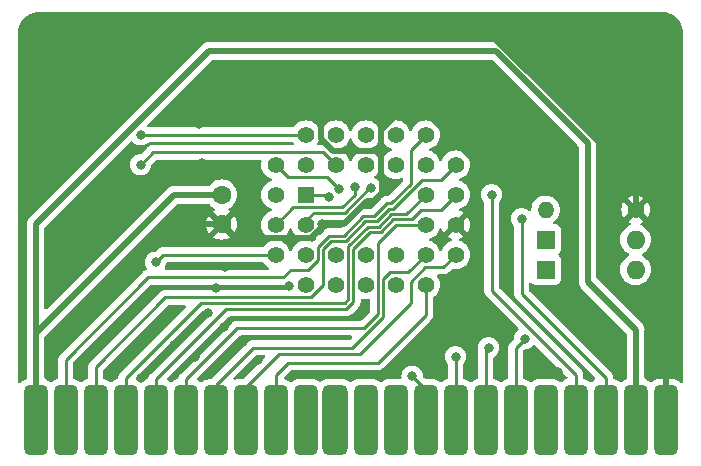
<source format=gbr>
%TF.GenerationSoftware,KiCad,Pcbnew,7.0.10*%
%TF.CreationDate,2024-01-06T19:25:43+00:00*%
%TF.ProjectId,v1a,7631612e-6b69-4636-9164-5f7063625858,rev?*%
%TF.SameCoordinates,Original*%
%TF.FileFunction,Copper,L2,Bot*%
%TF.FilePolarity,Positive*%
%FSLAX46Y46*%
G04 Gerber Fmt 4.6, Leading zero omitted, Abs format (unit mm)*
G04 Created by KiCad (PCBNEW 7.0.10) date 2024-01-06 19:25:43*
%MOMM*%
%LPD*%
G01*
G04 APERTURE LIST*
G04 Aperture macros list*
%AMRoundRect*
0 Rectangle with rounded corners*
0 $1 Rounding radius*
0 $2 $3 $4 $5 $6 $7 $8 $9 X,Y pos of 4 corners*
0 Add a 4 corners polygon primitive as box body*
4,1,4,$2,$3,$4,$5,$6,$7,$8,$9,$2,$3,0*
0 Add four circle primitives for the rounded corners*
1,1,$1+$1,$2,$3*
1,1,$1+$1,$4,$5*
1,1,$1+$1,$6,$7*
1,1,$1+$1,$8,$9*
0 Add four rect primitives between the rounded corners*
20,1,$1+$1,$2,$3,$4,$5,0*
20,1,$1+$1,$4,$5,$6,$7,0*
20,1,$1+$1,$6,$7,$8,$9,0*
20,1,$1+$1,$8,$9,$2,$3,0*%
G04 Aperture macros list end*
%TA.AperFunction,ComponentPad*%
%ADD10R,1.600000X1.600000*%
%TD*%
%TA.AperFunction,ComponentPad*%
%ADD11O,1.600000X1.600000*%
%TD*%
%TA.AperFunction,ComponentPad*%
%ADD12C,1.600000*%
%TD*%
%TA.AperFunction,ComponentPad*%
%ADD13R,1.422400X1.422400*%
%TD*%
%TA.AperFunction,ComponentPad*%
%ADD14C,1.422400*%
%TD*%
%TA.AperFunction,SMDPad,CuDef*%
%ADD15RoundRect,0.508000X-0.508000X-2.464500X0.508000X-2.464500X0.508000X2.464500X-0.508000X2.464500X0*%
%TD*%
%TA.AperFunction,SMDPad,CuDef*%
%ADD16RoundRect,0.508000X-0.508000X-2.468000X0.508000X-2.468000X0.508000X2.468000X-0.508000X2.468000X0*%
%TD*%
%TA.AperFunction,SMDPad,CuDef*%
%ADD17RoundRect,0.539750X-0.539750X-2.436250X0.539750X-2.436250X0.539750X2.436250X-0.539750X2.436250X0*%
%TD*%
%TA.AperFunction,ComponentPad*%
%ADD18C,1.400000*%
%TD*%
%TA.AperFunction,ComponentPad*%
%ADD19O,1.400000X1.400000*%
%TD*%
%TA.AperFunction,ViaPad*%
%ADD20C,0.800000*%
%TD*%
%TA.AperFunction,Conductor*%
%ADD21C,0.500000*%
%TD*%
%TA.AperFunction,Conductor*%
%ADD22C,0.250000*%
%TD*%
G04 APERTURE END LIST*
D10*
%TO.P,D1,1,K*%
%TO.N,Net-(D1-K)*%
X86355000Y-78740000D03*
D11*
%TO.P,D1,2,A*%
%TO.N,~{SEL}*%
X93975000Y-78740000D03*
%TD*%
D12*
%TO.P,C1,1*%
%TO.N,GND*%
X58928000Y-74890000D03*
%TO.P,C1,2*%
%TO.N,+5V*%
X58928000Y-72390000D03*
%TD*%
D13*
%TO.P,U1,1,A18*%
%TO.N,B3*%
X66040000Y-72390000D03*
D14*
%TO.P,U1,2,A16*%
%TO.N,B1*%
X63500000Y-74930000D03*
%TO.P,U1,3,A15*%
%TO.N,B0*%
X66040000Y-74930000D03*
%TO.P,U1,4,A12*%
%TO.N,A12*%
X63500000Y-77470000D03*
%TO.P,U1,5,A7*%
%TO.N,A7*%
X66040000Y-80010000D03*
%TO.P,U1,6,A6*%
%TO.N,A6*%
X66040000Y-77470000D03*
%TO.P,U1,7,A5*%
%TO.N,A5*%
X68580000Y-80010000D03*
%TO.P,U1,8,A4*%
%TO.N,A4*%
X68580000Y-77470000D03*
%TO.P,U1,9,A3*%
%TO.N,A3*%
X71120000Y-80010000D03*
%TO.P,U1,10,A2*%
%TO.N,A2*%
X71120000Y-77470000D03*
%TO.P,U1,11,A1*%
%TO.N,A1*%
X73660000Y-80010000D03*
%TO.P,U1,12,A0*%
%TO.N,A0*%
X73660000Y-77470000D03*
%TO.P,U1,13,D0*%
%TO.N,D0*%
X76200000Y-80010000D03*
%TO.P,U1,14,D1*%
%TO.N,D1*%
X78740000Y-77470000D03*
%TO.P,U1,15,D2*%
%TO.N,D2*%
X76200000Y-77470000D03*
%TO.P,U1,16,VSS*%
%TO.N,GND*%
X78740000Y-74930000D03*
%TO.P,U1,17,D3*%
%TO.N,D3*%
X76200000Y-74930000D03*
%TO.P,U1,18,D4*%
%TO.N,D4*%
X78740000Y-72390000D03*
%TO.P,U1,19,D5*%
%TO.N,D5*%
X76200000Y-72390000D03*
%TO.P,U1,20,D6*%
%TO.N,D6*%
X78740000Y-69850000D03*
%TO.P,U1,21,D7*%
%TO.N,D7*%
X76200000Y-67310000D03*
%TO.P,U1,22,~{CE}*%
%TO.N,Net-(D1-K)*%
X76200000Y-69850000D03*
%TO.P,U1,23,A10*%
%TO.N,A10*%
X73660000Y-67310000D03*
%TO.P,U1,24,~{OE}*%
%TO.N,~{R}{slash}W*%
X73660000Y-69850000D03*
%TO.P,U1,25,A11*%
%TO.N,A11*%
X71120000Y-67310000D03*
%TO.P,U1,26,A9*%
%TO.N,A9*%
X71120000Y-69850000D03*
%TO.P,U1,27,A8*%
%TO.N,A8*%
X68580000Y-67310000D03*
%TO.P,U1,28,A13*%
%TO.N,A13*%
X68580000Y-69850000D03*
%TO.P,U1,29,A14*%
%TO.N,A14*%
X66040000Y-67310000D03*
%TO.P,U1,30,A17*%
%TO.N,B2*%
X63500000Y-69850000D03*
%TO.P,U1,31,~{WE}*%
%TO.N,R{slash}~{W}*%
X66040000Y-69850000D03*
%TO.P,U1,32,VDD*%
%TO.N,+5V*%
X63500000Y-72390000D03*
%TD*%
D10*
%TO.P,D2,1,K*%
%TO.N,Net-(D1-K)*%
X86355000Y-76200000D03*
D11*
%TO.P,D2,2,A*%
%TO.N,~{CART}*%
X93975000Y-76200000D03*
%TD*%
D15*
%TO.P,J1,2,Pin_2*%
%TO.N,+5V*%
X43180000Y-91440000D03*
%TO.P,J1,4,Pin_4*%
%TO.N,D7*%
X45720000Y-91440000D03*
%TO.P,J1,6,Pin_6*%
%TO.N,D6*%
X48260000Y-91440000D03*
%TO.P,J1,8,Pin_8*%
%TO.N,D5*%
X50800000Y-91440000D03*
%TO.P,J1,10,Pin_10*%
%TO.N,D4*%
X53340000Y-91440000D03*
D16*
%TO.P,J1,12,Pin_12*%
%TO.N,D3*%
X55880000Y-91443500D03*
D15*
%TO.P,J1,14,Pin_14*%
%TO.N,D2*%
X58420000Y-91440000D03*
%TO.P,J1,16,Pin_16*%
%TO.N,D1*%
X60960000Y-91440000D03*
%TO.P,J1,18,Pin_18*%
%TO.N,D0*%
X63500000Y-91440000D03*
%TO.P,J1,20,Pin_20*%
%TO.N,B7*%
X66040000Y-91440000D03*
D17*
%TO.P,J1,22,Pin_22*%
%TO.N,B6*%
X68516500Y-91443500D03*
D15*
%TO.P,J1,24,Pin_24*%
%TO.N,B5*%
X71120000Y-91440000D03*
%TO.P,J1,26,Pin_26*%
%TO.N,B4*%
X73660000Y-91440000D03*
%TO.P,J1,28,Pin_28*%
%TO.N,B3*%
X76200000Y-91440000D03*
%TO.P,J1,30,Pin_30*%
%TO.N,B2*%
X78740000Y-91440000D03*
%TO.P,J1,32,Pin_32*%
%TO.N,B1*%
X81280000Y-91440000D03*
D16*
%TO.P,J1,34,Pin_34*%
%TO.N,B0*%
X83820000Y-91443500D03*
D15*
%TO.P,J1,36,Pin_36*%
%TO.N,3M*%
X86360000Y-91440000D03*
%TO.P,J1,38,Pin_38*%
%TO.N,~{R}{slash}W*%
X88900000Y-91440000D03*
%TO.P,J1,40,Pin_40*%
%TO.N,R{slash}~{W}*%
X91440000Y-91440000D03*
D16*
%TO.P,J1,42,Pin_42*%
%TO.N,+5V*%
X93980000Y-91443500D03*
D15*
%TO.P,J1,44,Pin_44*%
%TO.N,GND*%
X96520000Y-91440000D03*
%TD*%
D18*
%TO.P,R1,1*%
%TO.N,GND*%
X93975000Y-73660000D03*
D19*
%TO.P,R1,2*%
%TO.N,Net-(D1-K)*%
X86355000Y-73660000D03*
%TD*%
D20*
%TO.N,GND*%
X49580800Y-84074000D03*
X51943000Y-77978000D03*
X69977000Y-87630000D03*
X64617600Y-80162400D03*
X87376000Y-87376000D03*
X49428400Y-73533000D03*
X75438000Y-85598000D03*
X57251600Y-69697600D03*
X52019200Y-85013800D03*
X54864000Y-85090000D03*
X49530000Y-79959200D03*
X52120800Y-87884000D03*
X56642000Y-86106000D03*
X77393800Y-76123800D03*
X83439000Y-72390000D03*
X51993800Y-72136000D03*
X49809400Y-86995000D03*
X57810400Y-82397600D03*
X77470000Y-84074000D03*
X61214000Y-65786000D03*
X60706000Y-84836000D03*
X50292000Y-64516000D03*
X47040800Y-86791800D03*
X77393800Y-68681600D03*
X51993800Y-81686400D03*
X67462400Y-74879200D03*
X67310000Y-87630000D03*
X72390000Y-87630000D03*
X65024000Y-87630000D03*
X80391000Y-72517000D03*
X57658000Y-87630000D03*
X80010000Y-86995000D03*
X56997600Y-66395600D03*
X58674000Y-65024000D03*
X90424000Y-83566000D03*
X59131200Y-83566000D03*
X67310000Y-66040000D03*
X80772000Y-83312000D03*
X54102000Y-75946000D03*
X54356000Y-65786000D03*
X54356000Y-82804000D03*
X46024800Y-83159600D03*
X58420000Y-80264000D03*
X85090000Y-87376000D03*
X45720000Y-76454000D03*
X61976000Y-86360000D03*
X83235800Y-77317600D03*
X80467200Y-77241400D03*
X59182000Y-78486000D03*
X60960000Y-70612000D03*
X86690200Y-81153000D03*
X71628000Y-64008000D03*
X92964000Y-80518000D03*
%TO.N,A14*%
X52070000Y-67310000D03*
%TO.N,A13*%
X52070000Y-69850000D03*
%TO.N,A12*%
X53340000Y-78105000D03*
%TO.N,B3*%
X67995800Y-72567800D03*
X75057000Y-87757000D03*
%TO.N,B2*%
X68849466Y-71866534D03*
X78740000Y-86106000D03*
%TO.N,B1*%
X70231000Y-71755000D03*
X81534000Y-85344000D03*
%TO.N,B0*%
X71577200Y-71831200D03*
X84582000Y-84582000D03*
%TO.N,~{R}{slash}W*%
X81788000Y-72390000D03*
%TO.N,R{slash}~{W}*%
X84328000Y-74422000D03*
%TD*%
D21*
%TO.N,GND*%
X71221600Y-72948800D02*
X69291200Y-74879200D01*
X72390000Y-69088000D02*
X72390000Y-70982800D01*
X76555600Y-65735200D02*
X80391000Y-69570600D01*
X72390000Y-69088000D02*
X71990800Y-68688800D01*
X55880000Y-58928000D02*
X50292000Y-64516000D01*
X60129200Y-76091200D02*
X58928000Y-74890000D01*
X81859296Y-58928000D02*
X74422000Y-58928000D01*
X69977000Y-87630000D02*
X67310000Y-87630000D01*
X67462400Y-74879200D02*
X67462400Y-75149785D01*
X67310000Y-67682185D02*
X67310000Y-66040000D01*
X67462400Y-75149785D02*
X66520985Y-76091200D01*
X72527200Y-71120000D02*
X72527200Y-72224703D01*
X96520000Y-76205000D02*
X93975000Y-73660000D01*
X96520000Y-91440000D02*
X96520000Y-76205000D01*
X74422000Y-58928000D02*
X55880000Y-58928000D01*
X54102000Y-75946000D02*
X55158000Y-74890000D01*
X72390000Y-66937815D02*
X73592615Y-65735200D01*
X60960000Y-72858000D02*
X60960000Y-70612000D01*
X80391000Y-69570600D02*
X80391000Y-72517000D01*
X93975000Y-71043704D02*
X81859296Y-58928000D01*
X71990800Y-68688800D02*
X68316615Y-68688800D01*
X67310000Y-87630000D02*
X65024000Y-87630000D01*
X68316615Y-68688800D02*
X67310000Y-67682185D01*
X55158000Y-74890000D02*
X58928000Y-74890000D01*
X72527200Y-72224703D02*
X71803103Y-72948800D01*
X72390000Y-69088000D02*
X72390000Y-66937815D01*
X73592615Y-65735200D02*
X76555600Y-65735200D01*
X87376000Y-87376000D02*
X85090000Y-87376000D01*
X75438000Y-85598000D02*
X74422000Y-85598000D01*
X66520985Y-76091200D02*
X60129200Y-76091200D01*
X71803103Y-72948800D02*
X71221600Y-72948800D01*
X69291200Y-74879200D02*
X67462400Y-74879200D01*
X72390000Y-70982800D02*
X72527200Y-71120000D01*
X93975000Y-73660000D02*
X93975000Y-71043704D01*
X69977000Y-87630000D02*
X72390000Y-87630000D01*
X58928000Y-74890000D02*
X60960000Y-72858000D01*
X74422000Y-85598000D02*
X72390000Y-87630000D01*
%TO.N,+5V*%
X57838497Y-60198000D02*
X82139346Y-60198000D01*
X93980000Y-83820000D02*
X93980000Y-91443500D01*
X43180000Y-84074000D02*
X43180000Y-91440000D01*
X43180000Y-74856497D02*
X57838497Y-60198000D01*
X89916000Y-67974654D02*
X89916000Y-79756000D01*
X54864000Y-72390000D02*
X43180000Y-84074000D01*
X89916000Y-79756000D02*
X93980000Y-83820000D01*
X43180000Y-84074000D02*
X43180000Y-74856497D01*
X58928000Y-72390000D02*
X54864000Y-72390000D01*
X82139346Y-60198000D02*
X89916000Y-67974654D01*
D22*
%TO.N,D7*%
X76200000Y-67310000D02*
X74930000Y-68580000D01*
X71854816Y-74189600D02*
X70916412Y-74189600D01*
X64135000Y-79375000D02*
X52705000Y-79375000D01*
X69253714Y-75852298D02*
X68038702Y-75852298D01*
X66253009Y-78740000D02*
X64770000Y-78740000D01*
X73248804Y-73130000D02*
X72914416Y-73130000D01*
X52705000Y-79375000D02*
X45720000Y-86360000D01*
X64770000Y-78740000D02*
X64135000Y-79375000D01*
X68038702Y-75852298D02*
X67093800Y-76797200D01*
X67093800Y-76797200D02*
X67093800Y-77899209D01*
X70916412Y-74189600D02*
X69253714Y-75852298D01*
X72914416Y-73130000D02*
X71854816Y-74189600D01*
X45720000Y-86360000D02*
X45720000Y-91440000D01*
X74930000Y-68580000D02*
X74930000Y-71448804D01*
X67093800Y-77899209D02*
X66253009Y-78740000D01*
X74930000Y-71448804D02*
X73248804Y-73130000D01*
%TO.N,A14*%
X52070000Y-67310000D02*
X66040000Y-67310000D01*
%TO.N,D6*%
X67543800Y-76983596D02*
X67543800Y-80050400D01*
X66505200Y-81089000D02*
X54166000Y-81089000D01*
X54166000Y-81089000D02*
X48260000Y-86995000D01*
X72041212Y-74639600D02*
X71102808Y-74639600D01*
X73100812Y-73580000D02*
X72041212Y-74639600D01*
X71102808Y-74639600D02*
X69440110Y-76302298D01*
X69440110Y-76302298D02*
X68225098Y-76302298D01*
X67543800Y-80050400D02*
X66505200Y-81089000D01*
X77470000Y-71120000D02*
X75895200Y-71120000D01*
X73435200Y-73580000D02*
X73100812Y-73580000D01*
X78740000Y-69850000D02*
X77470000Y-71120000D01*
X48260000Y-86995000D02*
X48260000Y-91440000D01*
X75895200Y-71120000D02*
X73435200Y-73580000D01*
X68225098Y-76302298D02*
X67543800Y-76983596D01*
%TO.N,A13*%
X67543800Y-68813800D02*
X68580000Y-69850000D01*
X52070000Y-69850000D02*
X53106200Y-68813800D01*
X53106200Y-68813800D02*
X67543800Y-68813800D01*
%TO.N,D5*%
X57145000Y-81539000D02*
X50800000Y-87884000D01*
X69616200Y-76762604D02*
X69616200Y-81259800D01*
X71289204Y-75089600D02*
X69616200Y-76762604D01*
X72227608Y-75089600D02*
X71289204Y-75089600D01*
X69337000Y-81539000D02*
X57145000Y-81539000D01*
X76200000Y-72390000D02*
X74560000Y-74030000D01*
X74560000Y-74030000D02*
X73287208Y-74030000D01*
X69616200Y-81259800D02*
X69337000Y-81539000D01*
X73287208Y-74030000D02*
X72227608Y-75089600D01*
X50800000Y-87884000D02*
X50800000Y-91440000D01*
%TO.N,A12*%
X53975000Y-77470000D02*
X63500000Y-77470000D01*
X53340000Y-78105000D02*
X53975000Y-77470000D01*
%TO.N,D4*%
X75844400Y-73660000D02*
X75024400Y-74480000D01*
X69459396Y-82053000D02*
X59323400Y-82053000D01*
X73473604Y-74480000D02*
X72414004Y-75539600D01*
X77470000Y-73660000D02*
X75844400Y-73660000D01*
X72414004Y-75539600D02*
X71475600Y-75539600D01*
X70066200Y-76949000D02*
X70066200Y-81446196D01*
X59323400Y-82053000D02*
X53340000Y-88036400D01*
X78740000Y-72390000D02*
X77470000Y-73660000D01*
X53340000Y-88036400D02*
X53340000Y-91440000D01*
X70066200Y-81446196D02*
X69459396Y-82053000D01*
X71475600Y-75539600D02*
X70066200Y-76949000D01*
X75024400Y-74480000D02*
X73473604Y-74480000D01*
%TO.N,D3*%
X55880000Y-88034727D02*
X60247127Y-83667600D01*
X72156200Y-76474200D02*
X72136000Y-76454000D01*
X72156200Y-82529800D02*
X72156200Y-76474200D01*
X71018400Y-83667600D02*
X72156200Y-82529800D01*
X72136000Y-76454000D02*
X73660000Y-74930000D01*
X73660000Y-74930000D02*
X76200000Y-74930000D01*
X60247127Y-83667600D02*
X71018400Y-83667600D01*
X55880000Y-91443500D02*
X55880000Y-88034727D01*
%TO.N,D2*%
X69978396Y-85344000D02*
X72606200Y-82716196D01*
X74696200Y-78973800D02*
X76200000Y-77470000D01*
X73172200Y-78973800D02*
X74696200Y-78973800D01*
X72606200Y-82716196D02*
X72606200Y-79539800D01*
X58420000Y-91440000D02*
X58420000Y-88467500D01*
X72606200Y-79539800D02*
X73172200Y-78973800D01*
X58420000Y-88467500D02*
X61543500Y-85344000D01*
X61543500Y-85344000D02*
X69978396Y-85344000D01*
%TO.N,D1*%
X74930000Y-81534000D02*
X70612000Y-85852000D01*
X77703800Y-78506200D02*
X76179800Y-78506200D01*
X78740000Y-77470000D02*
X77703800Y-78506200D01*
X70612000Y-85852000D02*
X63804800Y-85852000D01*
X76179800Y-78506200D02*
X74930000Y-79756000D01*
X60960000Y-88696800D02*
X60960000Y-91440000D01*
X74930000Y-79756000D02*
X74930000Y-81534000D01*
X63804800Y-85852000D02*
X60960000Y-88696800D01*
%TO.N,D0*%
X76200000Y-82550000D02*
X76200000Y-80010000D01*
X63500000Y-87630000D02*
X64516000Y-86614000D01*
X63500000Y-91440000D02*
X63500000Y-87630000D01*
X64516000Y-86614000D02*
X72136000Y-86614000D01*
X72136000Y-86614000D02*
X76200000Y-82550000D01*
%TO.N,B3*%
X67995800Y-72567800D02*
X67818000Y-72390000D01*
X75057000Y-87757000D02*
X76200000Y-88900000D01*
X67818000Y-72390000D02*
X66040000Y-72390000D01*
X76200000Y-88900000D02*
X76200000Y-91440000D01*
%TO.N,B2*%
X78740000Y-86106000D02*
X78740000Y-91440000D01*
X67869132Y-70886200D02*
X64536200Y-70886200D01*
X68849466Y-71866534D02*
X67869132Y-70886200D01*
X64536200Y-70886200D02*
X63500000Y-69850000D01*
%TO.N,B1*%
X69161408Y-73456800D02*
X64973200Y-73456800D01*
X81280000Y-91440000D02*
X81280000Y-85598000D01*
X70231000Y-71755000D02*
X70231000Y-72387208D01*
X81280000Y-85598000D02*
X81534000Y-85344000D01*
X64973200Y-73456800D02*
X63500000Y-74930000D01*
X70231000Y-72387208D02*
X69161408Y-73456800D01*
%TO.N,B0*%
X66040000Y-74574400D02*
X66040000Y-74930000D01*
X66707600Y-73906800D02*
X66040000Y-74574400D01*
X69347804Y-73906800D02*
X66707600Y-73906800D01*
X71577200Y-71831200D02*
X71423404Y-71831200D01*
X83820000Y-85344000D02*
X83820000Y-91443500D01*
X71423404Y-71831200D02*
X69347804Y-73906800D01*
X84582000Y-84582000D02*
X83820000Y-85344000D01*
%TO.N,~{R}{slash}W*%
X88900000Y-87630000D02*
X81788000Y-80518000D01*
X88900000Y-91440000D02*
X88900000Y-87630000D01*
X81788000Y-80518000D02*
X81788000Y-72390000D01*
%TO.N,R{slash}~{W}*%
X91440000Y-91440000D02*
X91440000Y-87884000D01*
X91440000Y-87884000D02*
X84328000Y-80772000D01*
X84328000Y-80772000D02*
X84328000Y-74422000D01*
%TD*%
%TA.AperFunction,Conductor*%
%TO.N,GND*%
G36*
X96208415Y-56942501D02*
G01*
X96218405Y-56942501D01*
X96261571Y-56942501D01*
X96270417Y-56942817D01*
X96503577Y-56959492D01*
X96521078Y-56962009D01*
X96745156Y-57010754D01*
X96762121Y-57015735D01*
X96976991Y-57095877D01*
X96993064Y-57103218D01*
X97194332Y-57213118D01*
X97194336Y-57213120D01*
X97209219Y-57222685D01*
X97392791Y-57360105D01*
X97406162Y-57371691D01*
X97568308Y-57533837D01*
X97579894Y-57547208D01*
X97717314Y-57730780D01*
X97726879Y-57745663D01*
X97836776Y-57946924D01*
X97844124Y-57963014D01*
X97850015Y-57978807D01*
X97924262Y-58177873D01*
X97929246Y-58194848D01*
X97977989Y-58418916D01*
X97980507Y-58436428D01*
X97997183Y-58669581D01*
X97997499Y-58678427D01*
X97997499Y-88221361D01*
X97977814Y-88288400D01*
X97925010Y-88334155D01*
X97855852Y-88344099D01*
X97792296Y-88315074D01*
X97777646Y-88300027D01*
X97744210Y-88259285D01*
X97590725Y-88133325D01*
X97590718Y-88133320D01*
X97415612Y-88039724D01*
X97225605Y-87982085D01*
X97225603Y-87982084D01*
X97077515Y-87967500D01*
X95962485Y-87967500D01*
X95814396Y-87982084D01*
X95814394Y-87982085D01*
X95624387Y-88039724D01*
X95449281Y-88133320D01*
X95449274Y-88133325D01*
X95329060Y-88231982D01*
X95264750Y-88259295D01*
X95195882Y-88247504D01*
X95171730Y-88231982D01*
X95051005Y-88132905D01*
X95050998Y-88132901D01*
X94875806Y-88039259D01*
X94818503Y-88021876D01*
X94760065Y-87983578D01*
X94731609Y-87919765D01*
X94730500Y-87903216D01*
X94730500Y-83883705D01*
X94731809Y-83865735D01*
X94732581Y-83860467D01*
X94735289Y-83841977D01*
X94731921Y-83803483D01*
X94730972Y-83792630D01*
X94730500Y-83781822D01*
X94730500Y-83776296D01*
X94730500Y-83776291D01*
X94726901Y-83745509D01*
X94726536Y-83741929D01*
X94719999Y-83667201D01*
X94718539Y-83660129D01*
X94718597Y-83660116D01*
X94716965Y-83652757D01*
X94716906Y-83652772D01*
X94715241Y-83645751D01*
X94715241Y-83645745D01*
X94689569Y-83575212D01*
X94688421Y-83571909D01*
X94664814Y-83500666D01*
X94664810Y-83500659D01*
X94661760Y-83494118D01*
X94661815Y-83494091D01*
X94658533Y-83487313D01*
X94658480Y-83487340D01*
X94655235Y-83480880D01*
X94614025Y-83418223D01*
X94612086Y-83415181D01*
X94572710Y-83351342D01*
X94568234Y-83345682D01*
X94568281Y-83345644D01*
X94563519Y-83339799D01*
X94563474Y-83339838D01*
X94558831Y-83334305D01*
X94504272Y-83282831D01*
X94501685Y-83280318D01*
X90702819Y-79481451D01*
X90669334Y-79420128D01*
X90666500Y-79393770D01*
X90666500Y-78740001D01*
X92669532Y-78740001D01*
X92689364Y-78966686D01*
X92689366Y-78966697D01*
X92748258Y-79186488D01*
X92748261Y-79186497D01*
X92844431Y-79392732D01*
X92844432Y-79392734D01*
X92974954Y-79579141D01*
X93135858Y-79740045D01*
X93135861Y-79740047D01*
X93322266Y-79870568D01*
X93528504Y-79966739D01*
X93748308Y-80025635D01*
X93910230Y-80039801D01*
X93974998Y-80045468D01*
X93975000Y-80045468D01*
X93975002Y-80045468D01*
X94031807Y-80040498D01*
X94201692Y-80025635D01*
X94421496Y-79966739D01*
X94627734Y-79870568D01*
X94814139Y-79740047D01*
X94975047Y-79579139D01*
X95105568Y-79392734D01*
X95201739Y-79186496D01*
X95260635Y-78966692D01*
X95280468Y-78740000D01*
X95260635Y-78513308D01*
X95201739Y-78293504D01*
X95105568Y-78087266D01*
X94986168Y-77916744D01*
X94975045Y-77900858D01*
X94814141Y-77739954D01*
X94627734Y-77609432D01*
X94627728Y-77609429D01*
X94569882Y-77582455D01*
X94569724Y-77582381D01*
X94517285Y-77536210D01*
X94498133Y-77469017D01*
X94518348Y-77402135D01*
X94569725Y-77357618D01*
X94627734Y-77330568D01*
X94814139Y-77200047D01*
X94975047Y-77039139D01*
X95105568Y-76852734D01*
X95201739Y-76646496D01*
X95260635Y-76426692D01*
X95280468Y-76200000D01*
X95276197Y-76151188D01*
X95269355Y-76072975D01*
X95260635Y-75973308D01*
X95201739Y-75753504D01*
X95105568Y-75547266D01*
X94975047Y-75360861D01*
X94975045Y-75360858D01*
X94814141Y-75199954D01*
X94627734Y-75069432D01*
X94627732Y-75069431D01*
X94451631Y-74987313D01*
X94399192Y-74941140D01*
X94380040Y-74873947D01*
X94400256Y-74807066D01*
X94453422Y-74761731D01*
X94459243Y-74759304D01*
X94512174Y-74738798D01*
X94512181Y-74738795D01*
X94628326Y-74666879D01*
X93975001Y-74013553D01*
X93975000Y-74013553D01*
X93321672Y-74666879D01*
X93321672Y-74666880D01*
X93437821Y-74738797D01*
X93437831Y-74738802D01*
X93490756Y-74759306D01*
X93546158Y-74801879D01*
X93569748Y-74867645D01*
X93554037Y-74935726D01*
X93504013Y-74984504D01*
X93498367Y-74987314D01*
X93322267Y-75069431D01*
X93322265Y-75069432D01*
X93135858Y-75199954D01*
X92974954Y-75360858D01*
X92844432Y-75547265D01*
X92844431Y-75547267D01*
X92748261Y-75753502D01*
X92748258Y-75753511D01*
X92689366Y-75973302D01*
X92689364Y-75973313D01*
X92669532Y-76199998D01*
X92669532Y-76200001D01*
X92689364Y-76426686D01*
X92689366Y-76426697D01*
X92748258Y-76646488D01*
X92748261Y-76646497D01*
X92844431Y-76852732D01*
X92844432Y-76852734D01*
X92974954Y-77039141D01*
X93135858Y-77200045D01*
X93182693Y-77232839D01*
X93322266Y-77330568D01*
X93380275Y-77357618D01*
X93432714Y-77403791D01*
X93451866Y-77470984D01*
X93431650Y-77537865D01*
X93380275Y-77582381D01*
X93380118Y-77582455D01*
X93322267Y-77609431D01*
X93322265Y-77609432D01*
X93135858Y-77739954D01*
X92974954Y-77900858D01*
X92844432Y-78087265D01*
X92844431Y-78087267D01*
X92748261Y-78293502D01*
X92748258Y-78293511D01*
X92689366Y-78513302D01*
X92689364Y-78513313D01*
X92669532Y-78739998D01*
X92669532Y-78740001D01*
X90666500Y-78740001D01*
X90666500Y-73660000D01*
X92769859Y-73660000D01*
X92790378Y-73881439D01*
X92851240Y-74095350D01*
X92950369Y-74294428D01*
X92966137Y-74315308D01*
X92966138Y-74315308D01*
X93592145Y-73689302D01*
X93621372Y-73689302D01*
X93650047Y-73802538D01*
X93713936Y-73900327D01*
X93806115Y-73972072D01*
X93916595Y-74010000D01*
X94004005Y-74010000D01*
X94090216Y-73995614D01*
X94192947Y-73940019D01*
X94272060Y-73854079D01*
X94318982Y-73747108D01*
X94326200Y-73660000D01*
X94328553Y-73660000D01*
X94983861Y-74315308D01*
X94999631Y-74294425D01*
X94999633Y-74294422D01*
X95098759Y-74095350D01*
X95159621Y-73881439D01*
X95180141Y-73660000D01*
X95180141Y-73659999D01*
X95159621Y-73438560D01*
X95098759Y-73224649D01*
X94999635Y-73025580D01*
X94999630Y-73025572D01*
X94983860Y-73004690D01*
X94328553Y-73659999D01*
X94328553Y-73660000D01*
X94326200Y-73660000D01*
X94328628Y-73630698D01*
X94299953Y-73517462D01*
X94236064Y-73419673D01*
X94143885Y-73347928D01*
X94033405Y-73310000D01*
X93945995Y-73310000D01*
X93859784Y-73324386D01*
X93757053Y-73379981D01*
X93677940Y-73465921D01*
X93631018Y-73572892D01*
X93621372Y-73689302D01*
X93592145Y-73689302D01*
X93621447Y-73660000D01*
X92966138Y-73004691D01*
X92966137Y-73004691D01*
X92950368Y-73025574D01*
X92851240Y-73224649D01*
X92790378Y-73438560D01*
X92769859Y-73659999D01*
X92769859Y-73660000D01*
X90666500Y-73660000D01*
X90666500Y-72653119D01*
X93321671Y-72653119D01*
X93975000Y-73306447D01*
X93975001Y-73306447D01*
X94628327Y-72653119D01*
X94512178Y-72581202D01*
X94512177Y-72581201D01*
X94304804Y-72500865D01*
X94086193Y-72460000D01*
X93863807Y-72460000D01*
X93645195Y-72500865D01*
X93437824Y-72581200D01*
X93437823Y-72581201D01*
X93321671Y-72653119D01*
X90666500Y-72653119D01*
X90666500Y-68038359D01*
X90667809Y-68020389D01*
X90668129Y-68018201D01*
X90671289Y-67996631D01*
X90670086Y-67982885D01*
X90666972Y-67947284D01*
X90666500Y-67936476D01*
X90666500Y-67930950D01*
X90666500Y-67930945D01*
X90662901Y-67900163D01*
X90662536Y-67896583D01*
X90655999Y-67821855D01*
X90654539Y-67814783D01*
X90654597Y-67814770D01*
X90652965Y-67807411D01*
X90652906Y-67807426D01*
X90651241Y-67800405D01*
X90651241Y-67800399D01*
X90625569Y-67729866D01*
X90624421Y-67726563D01*
X90600814Y-67655320D01*
X90600810Y-67655313D01*
X90597760Y-67648772D01*
X90597815Y-67648745D01*
X90594533Y-67641967D01*
X90594480Y-67641994D01*
X90591235Y-67635534D01*
X90550025Y-67572877D01*
X90548086Y-67569835D01*
X90508710Y-67505996D01*
X90504234Y-67500336D01*
X90504281Y-67500298D01*
X90499519Y-67494453D01*
X90499474Y-67494492D01*
X90494831Y-67488959D01*
X90440272Y-67437485D01*
X90437685Y-67434972D01*
X82715075Y-59712361D01*
X82703295Y-59698730D01*
X82688956Y-59679470D01*
X82650997Y-59647619D01*
X82643032Y-59640318D01*
X82639126Y-59636411D01*
X82614789Y-59617168D01*
X82611993Y-59614890D01*
X82554560Y-59566698D01*
X82548526Y-59562729D01*
X82548558Y-59562680D01*
X82542199Y-59558628D01*
X82542168Y-59558679D01*
X82536026Y-59554891D01*
X82536024Y-59554890D01*
X82536023Y-59554889D01*
X82468034Y-59523184D01*
X82464793Y-59521615D01*
X82433876Y-59506088D01*
X82397779Y-59487960D01*
X82397777Y-59487959D01*
X82397776Y-59487959D01*
X82390991Y-59485489D01*
X82391011Y-59485433D01*
X82383895Y-59482959D01*
X82383877Y-59483015D01*
X82377020Y-59480743D01*
X82303556Y-59465573D01*
X82300039Y-59464793D01*
X82227064Y-59447499D01*
X82219893Y-59446661D01*
X82219899Y-59446601D01*
X82212401Y-59445835D01*
X82212396Y-59445895D01*
X82205206Y-59445265D01*
X82130216Y-59447448D01*
X82126609Y-59447500D01*
X57902202Y-59447500D01*
X57884232Y-59446191D01*
X57860469Y-59442710D01*
X57814139Y-59446764D01*
X57811129Y-59447028D01*
X57800323Y-59447500D01*
X57794779Y-59447500D01*
X57763985Y-59451099D01*
X57760402Y-59451465D01*
X57685697Y-59458001D01*
X57678631Y-59459461D01*
X57678619Y-59459404D01*
X57671250Y-59461038D01*
X57671264Y-59461095D01*
X57664240Y-59462759D01*
X57593742Y-59488417D01*
X57590342Y-59489598D01*
X57519162Y-59513186D01*
X57519160Y-59513186D01*
X57519157Y-59513188D01*
X57512620Y-59516236D01*
X57512595Y-59516184D01*
X57505807Y-59519470D01*
X57505833Y-59519521D01*
X57499381Y-59522761D01*
X57436733Y-59563965D01*
X57433693Y-59565902D01*
X57369844Y-59605285D01*
X57364179Y-59609765D01*
X57364143Y-59609719D01*
X57358295Y-59614484D01*
X57358332Y-59614528D01*
X57352807Y-59619164D01*
X57352801Y-59619169D01*
X57352801Y-59619170D01*
X57329230Y-59644153D01*
X57301345Y-59673709D01*
X57298833Y-59676294D01*
X42694358Y-74280769D01*
X42680729Y-74292548D01*
X42661469Y-74306887D01*
X42629632Y-74344828D01*
X42622346Y-74352781D01*
X42618407Y-74356721D01*
X42599176Y-74381042D01*
X42596902Y-74383834D01*
X42548694Y-74441287D01*
X42544729Y-74447316D01*
X42544682Y-74447285D01*
X42540630Y-74453644D01*
X42540679Y-74453674D01*
X42536889Y-74459818D01*
X42505192Y-74527791D01*
X42503623Y-74531033D01*
X42469957Y-74598069D01*
X42467488Y-74604854D01*
X42467432Y-74604833D01*
X42464960Y-74611947D01*
X42465015Y-74611966D01*
X42462743Y-74618822D01*
X42447573Y-74692285D01*
X42446793Y-74695801D01*
X42429499Y-74768776D01*
X42428661Y-74775951D01*
X42428601Y-74775944D01*
X42427835Y-74783442D01*
X42427895Y-74783448D01*
X42427265Y-74790637D01*
X42429448Y-74865625D01*
X42429500Y-74869232D01*
X42429500Y-83984655D01*
X42427835Y-84000945D01*
X42427895Y-84000951D01*
X42427265Y-84008140D01*
X42429448Y-84083128D01*
X42429500Y-84086735D01*
X42429500Y-87903216D01*
X42409815Y-87970255D01*
X42357011Y-88016010D01*
X42341497Y-88021876D01*
X42284193Y-88039259D01*
X42109001Y-88132901D01*
X42108994Y-88132905D01*
X41955431Y-88258931D01*
X41922353Y-88299238D01*
X41864607Y-88338572D01*
X41794763Y-88340443D01*
X41734994Y-88304255D01*
X41704279Y-88241499D01*
X41702500Y-88220573D01*
X41702500Y-58678427D01*
X41702816Y-58669581D01*
X41704491Y-58646156D01*
X41719491Y-58436419D01*
X41722009Y-58418916D01*
X41770754Y-58194839D01*
X41775736Y-58177873D01*
X41855876Y-57963007D01*
X41863217Y-57946934D01*
X41973121Y-57745660D01*
X41982683Y-57730783D01*
X42120107Y-57547206D01*
X42131686Y-57533842D01*
X42293842Y-57371686D01*
X42307206Y-57360107D01*
X42490783Y-57222683D01*
X42505663Y-57213120D01*
X42706934Y-57103217D01*
X42723007Y-57095876D01*
X42937881Y-57015733D01*
X42954839Y-57010754D01*
X43178922Y-56962007D01*
X43196419Y-56959491D01*
X43429582Y-56942816D01*
X43438428Y-56942500D01*
X43481595Y-56942500D01*
X96208403Y-56942500D01*
X96208415Y-56942501D01*
G37*
%TD.AperFunction*%
%TA.AperFunction,Conductor*%
G36*
X81844155Y-60968185D02*
G01*
X81864797Y-60984819D01*
X89129181Y-68249202D01*
X89162666Y-68310525D01*
X89165500Y-68336883D01*
X89165500Y-79692294D01*
X89164191Y-79710263D01*
X89160710Y-79734025D01*
X89165028Y-79783368D01*
X89165500Y-79794176D01*
X89165500Y-79799711D01*
X89169098Y-79830495D01*
X89169464Y-79834083D01*
X89176000Y-79908791D01*
X89177461Y-79915867D01*
X89177403Y-79915878D01*
X89179034Y-79923237D01*
X89179092Y-79923224D01*
X89180757Y-79930249D01*
X89180758Y-79930254D01*
X89180759Y-79930255D01*
X89206347Y-80000561D01*
X89206400Y-80000705D01*
X89207582Y-80004107D01*
X89231182Y-80075326D01*
X89234236Y-80081874D01*
X89234182Y-80081898D01*
X89237470Y-80088688D01*
X89237521Y-80088663D01*
X89240761Y-80095114D01*
X89281979Y-80157784D01*
X89283889Y-80160782D01*
X89312735Y-80207547D01*
X89323289Y-80224658D01*
X89327766Y-80230319D01*
X89327719Y-80230356D01*
X89332482Y-80236202D01*
X89332528Y-80236164D01*
X89337173Y-80241699D01*
X89391707Y-80293149D01*
X89394295Y-80295663D01*
X93193181Y-84094549D01*
X93226666Y-84155872D01*
X93229500Y-84182230D01*
X93229500Y-87903216D01*
X93209815Y-87970255D01*
X93157011Y-88016010D01*
X93141497Y-88021876D01*
X93084193Y-88039259D01*
X92909001Y-88132901D01*
X92908995Y-88132905D01*
X92788664Y-88231658D01*
X92724354Y-88258970D01*
X92655487Y-88247179D01*
X92631336Y-88231658D01*
X92511004Y-88132905D01*
X92510998Y-88132901D01*
X92335805Y-88039259D01*
X92153504Y-87983958D01*
X92095066Y-87945661D01*
X92066609Y-87881849D01*
X92065500Y-87865298D01*
X92065500Y-87844654D01*
X92065500Y-87844650D01*
X92064996Y-87840665D01*
X92064080Y-87829021D01*
X92063913Y-87823707D01*
X92062709Y-87785373D01*
X92057122Y-87766144D01*
X92053174Y-87747084D01*
X92050663Y-87727204D01*
X92034588Y-87686604D01*
X92030804Y-87675552D01*
X92018618Y-87633609D01*
X92018616Y-87633606D01*
X92008423Y-87616371D01*
X91999861Y-87598894D01*
X91992487Y-87580269D01*
X91979989Y-87563068D01*
X91966811Y-87544930D01*
X91960405Y-87535177D01*
X91938170Y-87497580D01*
X91938168Y-87497578D01*
X91938165Y-87497574D01*
X91924006Y-87483415D01*
X91911368Y-87468619D01*
X91899594Y-87452413D01*
X91895027Y-87448635D01*
X91865940Y-87424572D01*
X91857299Y-87416709D01*
X84989819Y-80549228D01*
X84956334Y-80487905D01*
X84953500Y-80461547D01*
X84953500Y-79944222D01*
X84973185Y-79877183D01*
X85025989Y-79831428D01*
X85095147Y-79821484D01*
X85158703Y-79850509D01*
X85176766Y-79869911D01*
X85197452Y-79897544D01*
X85197455Y-79897547D01*
X85312664Y-79983793D01*
X85312671Y-79983797D01*
X85447517Y-80034091D01*
X85447516Y-80034091D01*
X85454444Y-80034835D01*
X85507127Y-80040500D01*
X87202872Y-80040499D01*
X87262483Y-80034091D01*
X87397331Y-79983796D01*
X87512546Y-79897546D01*
X87598796Y-79782331D01*
X87649091Y-79647483D01*
X87655500Y-79587873D01*
X87655499Y-77892128D01*
X87649091Y-77832517D01*
X87622675Y-77761693D01*
X87598797Y-77697671D01*
X87598793Y-77697664D01*
X87512547Y-77582455D01*
X87512546Y-77582454D01*
X87499630Y-77572785D01*
X87494929Y-77569266D01*
X87453058Y-77513334D01*
X87448074Y-77443642D01*
X87481558Y-77382319D01*
X87494930Y-77370733D01*
X87512546Y-77357546D01*
X87598796Y-77242331D01*
X87649091Y-77107483D01*
X87655500Y-77047873D01*
X87655499Y-75352128D01*
X87649091Y-75292517D01*
X87649060Y-75292435D01*
X87598797Y-75157671D01*
X87598793Y-75157664D01*
X87512547Y-75042455D01*
X87512544Y-75042452D01*
X87397335Y-74956206D01*
X87397328Y-74956202D01*
X87262482Y-74905908D01*
X87262483Y-74905908D01*
X87202883Y-74899501D01*
X87202881Y-74899500D01*
X87202873Y-74899500D01*
X87202865Y-74899500D01*
X87069398Y-74899500D01*
X87002359Y-74879815D01*
X86956604Y-74827011D01*
X86946660Y-74757853D01*
X86975685Y-74694297D01*
X87004121Y-74670073D01*
X87009280Y-74666879D01*
X87081562Y-74622124D01*
X87245981Y-74472236D01*
X87380058Y-74294689D01*
X87479229Y-74095528D01*
X87540115Y-73881536D01*
X87560643Y-73660000D01*
X87558590Y-73637849D01*
X87540115Y-73438464D01*
X87540114Y-73438462D01*
X87526338Y-73390045D01*
X87479229Y-73224472D01*
X87479224Y-73224461D01*
X87380061Y-73025316D01*
X87380056Y-73025308D01*
X87245979Y-72847761D01*
X87081562Y-72697876D01*
X87081560Y-72697874D01*
X86892404Y-72580754D01*
X86892398Y-72580752D01*
X86885963Y-72578259D01*
X86684940Y-72500382D01*
X86466243Y-72459500D01*
X86243757Y-72459500D01*
X86025060Y-72500382D01*
X85976132Y-72519337D01*
X85817601Y-72580752D01*
X85817595Y-72580754D01*
X85628439Y-72697874D01*
X85628437Y-72697876D01*
X85464020Y-72847761D01*
X85329943Y-73025308D01*
X85329938Y-73025316D01*
X85230775Y-73224461D01*
X85230769Y-73224476D01*
X85169885Y-73438462D01*
X85169884Y-73438464D01*
X85149357Y-73659999D01*
X85149357Y-73665402D01*
X85129672Y-73732441D01*
X85076868Y-73778196D01*
X85007710Y-73788140D01*
X84944154Y-73759115D01*
X84934930Y-73750065D01*
X84933870Y-73749111D01*
X84780734Y-73637851D01*
X84780729Y-73637848D01*
X84607807Y-73560857D01*
X84607802Y-73560855D01*
X84452196Y-73527781D01*
X84422646Y-73521500D01*
X84233354Y-73521500D01*
X84203804Y-73527781D01*
X84048197Y-73560855D01*
X84048192Y-73560857D01*
X83875270Y-73637848D01*
X83875265Y-73637851D01*
X83722129Y-73749111D01*
X83595466Y-73889785D01*
X83500821Y-74053715D01*
X83500818Y-74053722D01*
X83442327Y-74233740D01*
X83442326Y-74233744D01*
X83422540Y-74422000D01*
X83442326Y-74610256D01*
X83442327Y-74610259D01*
X83500818Y-74790277D01*
X83500821Y-74790284D01*
X83595467Y-74954216D01*
X83622739Y-74984504D01*
X83670650Y-75037715D01*
X83700880Y-75100706D01*
X83702500Y-75120687D01*
X83702500Y-80689255D01*
X83700775Y-80704872D01*
X83701061Y-80704899D01*
X83700326Y-80712665D01*
X83702439Y-80779872D01*
X83702500Y-80783767D01*
X83702500Y-80811357D01*
X83703003Y-80815335D01*
X83703918Y-80826967D01*
X83705290Y-80870624D01*
X83705291Y-80870627D01*
X83710880Y-80889867D01*
X83714824Y-80908911D01*
X83716046Y-80918580D01*
X83717336Y-80928792D01*
X83733414Y-80969403D01*
X83737197Y-80980452D01*
X83749381Y-81022388D01*
X83759580Y-81039634D01*
X83768138Y-81057103D01*
X83775514Y-81075732D01*
X83801181Y-81111060D01*
X83807593Y-81120821D01*
X83829828Y-81158417D01*
X83829833Y-81158424D01*
X83843990Y-81172580D01*
X83856627Y-81187375D01*
X83868406Y-81203587D01*
X83895895Y-81226328D01*
X83902057Y-81231425D01*
X83910698Y-81239288D01*
X90534456Y-87863047D01*
X90567941Y-87924370D01*
X90562957Y-87994062D01*
X90521085Y-88049995D01*
X90505229Y-88060086D01*
X90368997Y-88132903D01*
X90368995Y-88132905D01*
X90248664Y-88231658D01*
X90184354Y-88258970D01*
X90115487Y-88247179D01*
X90091336Y-88231658D01*
X89971004Y-88132905D01*
X89970998Y-88132901D01*
X89795805Y-88039259D01*
X89613504Y-87983958D01*
X89555066Y-87945661D01*
X89526609Y-87881849D01*
X89525500Y-87865298D01*
X89525500Y-87712742D01*
X89527224Y-87697122D01*
X89526939Y-87697096D01*
X89527671Y-87689340D01*
X89527673Y-87689333D01*
X89525561Y-87622126D01*
X89525500Y-87618231D01*
X89525500Y-87590654D01*
X89525500Y-87590650D01*
X89524996Y-87586665D01*
X89524080Y-87575021D01*
X89523883Y-87568740D01*
X89522709Y-87531373D01*
X89517122Y-87512144D01*
X89513174Y-87493084D01*
X89511183Y-87477319D01*
X89510664Y-87473208D01*
X89510663Y-87473206D01*
X89510663Y-87473204D01*
X89494588Y-87432604D01*
X89490804Y-87421552D01*
X89478618Y-87379609D01*
X89478616Y-87379606D01*
X89468423Y-87362371D01*
X89459861Y-87344894D01*
X89452487Y-87326269D01*
X89426816Y-87290937D01*
X89420405Y-87281177D01*
X89398170Y-87243580D01*
X89398168Y-87243578D01*
X89398165Y-87243574D01*
X89384006Y-87229415D01*
X89371368Y-87214619D01*
X89366985Y-87208586D01*
X89359594Y-87198413D01*
X89325940Y-87170572D01*
X89317299Y-87162709D01*
X82449819Y-80295228D01*
X82416334Y-80233905D01*
X82413500Y-80207547D01*
X82413500Y-73088687D01*
X82433185Y-73021648D01*
X82445350Y-73005715D01*
X82487745Y-72958630D01*
X82520533Y-72922216D01*
X82615179Y-72758284D01*
X82673674Y-72578256D01*
X82693460Y-72390000D01*
X82673674Y-72201744D01*
X82615179Y-72021716D01*
X82520533Y-71857784D01*
X82393871Y-71717112D01*
X82390638Y-71714763D01*
X82240734Y-71605851D01*
X82240729Y-71605848D01*
X82067807Y-71528857D01*
X82067802Y-71528855D01*
X81922001Y-71497865D01*
X81882646Y-71489500D01*
X81693354Y-71489500D01*
X81660897Y-71496398D01*
X81508197Y-71528855D01*
X81508192Y-71528857D01*
X81335270Y-71605848D01*
X81335265Y-71605851D01*
X81182129Y-71717111D01*
X81055466Y-71857785D01*
X80960821Y-72021715D01*
X80960818Y-72021722D01*
X80903060Y-72199484D01*
X80902326Y-72201744D01*
X80882540Y-72390000D01*
X80902326Y-72578256D01*
X80902327Y-72578259D01*
X80960818Y-72758277D01*
X80960821Y-72758284D01*
X81055467Y-72922216D01*
X81088255Y-72958630D01*
X81130650Y-73005715D01*
X81160880Y-73068706D01*
X81162500Y-73088687D01*
X81162500Y-80435255D01*
X81160775Y-80450872D01*
X81161061Y-80450899D01*
X81160326Y-80458665D01*
X81162439Y-80525872D01*
X81162500Y-80529767D01*
X81162500Y-80557357D01*
X81163003Y-80561335D01*
X81163918Y-80572967D01*
X81165290Y-80616624D01*
X81165739Y-80618168D01*
X81170880Y-80635867D01*
X81174824Y-80654911D01*
X81175854Y-80663059D01*
X81177336Y-80674792D01*
X81193414Y-80715403D01*
X81197197Y-80726452D01*
X81209381Y-80768388D01*
X81219580Y-80785634D01*
X81228138Y-80803103D01*
X81235514Y-80821732D01*
X81261181Y-80857060D01*
X81267593Y-80866821D01*
X81289828Y-80904417D01*
X81289833Y-80904424D01*
X81303990Y-80918580D01*
X81316627Y-80933375D01*
X81328406Y-80949587D01*
X81358928Y-80974837D01*
X81362057Y-80977425D01*
X81370698Y-80985288D01*
X84057878Y-83672468D01*
X84091363Y-83733791D01*
X84086379Y-83803483D01*
X84044507Y-83859416D01*
X84043083Y-83860467D01*
X83976127Y-83909113D01*
X83849466Y-84049785D01*
X83754821Y-84213715D01*
X83754818Y-84213722D01*
X83711011Y-84348548D01*
X83696326Y-84393744D01*
X83686960Y-84482857D01*
X83678679Y-84561649D01*
X83652094Y-84626263D01*
X83643039Y-84636368D01*
X83436208Y-84843199D01*
X83423951Y-84853020D01*
X83424134Y-84853241D01*
X83418122Y-84858214D01*
X83372098Y-84907223D01*
X83369391Y-84910016D01*
X83349889Y-84929517D01*
X83349875Y-84929534D01*
X83347407Y-84932715D01*
X83339843Y-84941570D01*
X83309937Y-84973418D01*
X83309936Y-84973420D01*
X83300284Y-84990976D01*
X83289610Y-85007226D01*
X83277329Y-85023061D01*
X83277324Y-85023068D01*
X83259975Y-85063158D01*
X83254838Y-85073644D01*
X83233803Y-85111906D01*
X83228822Y-85131307D01*
X83222521Y-85149710D01*
X83214562Y-85168102D01*
X83214561Y-85168105D01*
X83207728Y-85211243D01*
X83205360Y-85222674D01*
X83194501Y-85264971D01*
X83194500Y-85264982D01*
X83194500Y-85285016D01*
X83192973Y-85304415D01*
X83189840Y-85324194D01*
X83189840Y-85324195D01*
X83193950Y-85367674D01*
X83194500Y-85379343D01*
X83194500Y-87865298D01*
X83174815Y-87932337D01*
X83122011Y-87978092D01*
X83106496Y-87983958D01*
X82924194Y-88039259D01*
X82749001Y-88132901D01*
X82748995Y-88132905D01*
X82628664Y-88231658D01*
X82564354Y-88258970D01*
X82495487Y-88247179D01*
X82471336Y-88231658D01*
X82351004Y-88132905D01*
X82350998Y-88132901D01*
X82175805Y-88039259D01*
X81993504Y-87983958D01*
X81935066Y-87945661D01*
X81906609Y-87881849D01*
X81905500Y-87865298D01*
X81905500Y-86244843D01*
X81925185Y-86177804D01*
X81977989Y-86132049D01*
X81978958Y-86131611D01*
X81986730Y-86128151D01*
X82139871Y-86016888D01*
X82266533Y-85876216D01*
X82361179Y-85712284D01*
X82419674Y-85532256D01*
X82439460Y-85344000D01*
X82419674Y-85155744D01*
X82361179Y-84975716D01*
X82266533Y-84811784D01*
X82139871Y-84671112D01*
X82092050Y-84636368D01*
X81986734Y-84559851D01*
X81986729Y-84559848D01*
X81813807Y-84482857D01*
X81813802Y-84482855D01*
X81668001Y-84451865D01*
X81628646Y-84443500D01*
X81439354Y-84443500D01*
X81406897Y-84450398D01*
X81254197Y-84482855D01*
X81254192Y-84482857D01*
X81081270Y-84559848D01*
X81081265Y-84559851D01*
X80928129Y-84671111D01*
X80801466Y-84811785D01*
X80706821Y-84975715D01*
X80706818Y-84975722D01*
X80648327Y-85155740D01*
X80648326Y-85155744D01*
X80630868Y-85321848D01*
X80628540Y-85344000D01*
X80648325Y-85532256D01*
X80648585Y-85533476D01*
X80648628Y-85535137D01*
X80649005Y-85538719D01*
X80648723Y-85538748D01*
X80649552Y-85570383D01*
X80650085Y-85570400D01*
X80649840Y-85578195D01*
X80653950Y-85621673D01*
X80654500Y-85633343D01*
X80654500Y-87865298D01*
X80634815Y-87932337D01*
X80582011Y-87978092D01*
X80566496Y-87983958D01*
X80384194Y-88039259D01*
X80209001Y-88132901D01*
X80208995Y-88132905D01*
X80088664Y-88231658D01*
X80024354Y-88258970D01*
X79955487Y-88247179D01*
X79931336Y-88231658D01*
X79811004Y-88132905D01*
X79810998Y-88132901D01*
X79635805Y-88039259D01*
X79453504Y-87983958D01*
X79395066Y-87945661D01*
X79366609Y-87881849D01*
X79365500Y-87865298D01*
X79365500Y-86804687D01*
X79385185Y-86737648D01*
X79397350Y-86721715D01*
X79440251Y-86674068D01*
X79472533Y-86638216D01*
X79567179Y-86474284D01*
X79625674Y-86294256D01*
X79645460Y-86106000D01*
X79625674Y-85917744D01*
X79567179Y-85737716D01*
X79472533Y-85573784D01*
X79345871Y-85433112D01*
X79345870Y-85433111D01*
X79192734Y-85321851D01*
X79192729Y-85321848D01*
X79019807Y-85244857D01*
X79019802Y-85244855D01*
X78861665Y-85211243D01*
X78834646Y-85205500D01*
X78645354Y-85205500D01*
X78618335Y-85211243D01*
X78460197Y-85244855D01*
X78460192Y-85244857D01*
X78287270Y-85321848D01*
X78287265Y-85321851D01*
X78134129Y-85433111D01*
X78007466Y-85573785D01*
X77912821Y-85737715D01*
X77912818Y-85737722D01*
X77867820Y-85876214D01*
X77854326Y-85917744D01*
X77834540Y-86106000D01*
X77854326Y-86294256D01*
X77854327Y-86294259D01*
X77912818Y-86474277D01*
X77912821Y-86474284D01*
X78007467Y-86638216D01*
X78039745Y-86674064D01*
X78082650Y-86721715D01*
X78112880Y-86784706D01*
X78114500Y-86804687D01*
X78114500Y-87865298D01*
X78094815Y-87932337D01*
X78042011Y-87978092D01*
X78026496Y-87983958D01*
X77844194Y-88039259D01*
X77669001Y-88132901D01*
X77668995Y-88132905D01*
X77548664Y-88231658D01*
X77484354Y-88258970D01*
X77415487Y-88247179D01*
X77391336Y-88231658D01*
X77271004Y-88132905D01*
X77270998Y-88132901D01*
X77095808Y-88039260D01*
X76946809Y-87994062D01*
X76905701Y-87981592D01*
X76905699Y-87981591D01*
X76905701Y-87981591D01*
X76790595Y-87970255D01*
X76757547Y-87967000D01*
X76757544Y-87967000D01*
X76202952Y-87967000D01*
X76135913Y-87947315D01*
X76115271Y-87930681D01*
X76058775Y-87874185D01*
X75995959Y-87811368D01*
X75962475Y-87750047D01*
X75960323Y-87736671D01*
X75942674Y-87568744D01*
X75884179Y-87388716D01*
X75789533Y-87224784D01*
X75662871Y-87084112D01*
X75648396Y-87073595D01*
X75509734Y-86972851D01*
X75509729Y-86972848D01*
X75336807Y-86895857D01*
X75336802Y-86895855D01*
X75178665Y-86862243D01*
X75151646Y-86856500D01*
X74962354Y-86856500D01*
X74935335Y-86862243D01*
X74777197Y-86895855D01*
X74777192Y-86895857D01*
X74604270Y-86972848D01*
X74604265Y-86972851D01*
X74451129Y-87084111D01*
X74324466Y-87224785D01*
X74229821Y-87388715D01*
X74229818Y-87388722D01*
X74173170Y-87563068D01*
X74171326Y-87568744D01*
X74155905Y-87715468D01*
X74151540Y-87757000D01*
X74159216Y-87830040D01*
X74146646Y-87898770D01*
X74098913Y-87949793D01*
X74035895Y-87967000D01*
X73102457Y-87967000D01*
X72954300Y-87981591D01*
X72764191Y-88039260D01*
X72589001Y-88132901D01*
X72588995Y-88132905D01*
X72468664Y-88231658D01*
X72404354Y-88258970D01*
X72335487Y-88247179D01*
X72311336Y-88231658D01*
X72191004Y-88132905D01*
X72190998Y-88132901D01*
X72015808Y-88039260D01*
X71866809Y-87994062D01*
X71825701Y-87981592D01*
X71825699Y-87981591D01*
X71825701Y-87981591D01*
X71719415Y-87971123D01*
X71677547Y-87967000D01*
X71677543Y-87967000D01*
X70562457Y-87967000D01*
X70414300Y-87981591D01*
X70224191Y-88039260D01*
X70049001Y-88132901D01*
X70048995Y-88132905D01*
X69918468Y-88240025D01*
X69854158Y-88267337D01*
X69785291Y-88255546D01*
X69761140Y-88240025D01*
X69636978Y-88138129D01*
X69636972Y-88138125D01*
X69456266Y-88041535D01*
X69304471Y-87995489D01*
X69260175Y-87982052D01*
X69260173Y-87982051D01*
X69260175Y-87982051D01*
X69150539Y-87971253D01*
X69107351Y-87967000D01*
X69107347Y-87967000D01*
X67925653Y-87967000D01*
X67772826Y-87982051D01*
X67576733Y-88041535D01*
X67396027Y-88138125D01*
X67335358Y-88187913D01*
X67271047Y-88215225D01*
X67202180Y-88203432D01*
X67178031Y-88187912D01*
X67111004Y-88132905D01*
X67111002Y-88132903D01*
X66935808Y-88039260D01*
X66786809Y-87994062D01*
X66745701Y-87981592D01*
X66745699Y-87981591D01*
X66745701Y-87981591D01*
X66639415Y-87971123D01*
X66597547Y-87967000D01*
X66597543Y-87967000D01*
X65482457Y-87967000D01*
X65334300Y-87981591D01*
X65144191Y-88039260D01*
X64969001Y-88132901D01*
X64968995Y-88132905D01*
X64848664Y-88231658D01*
X64784354Y-88258970D01*
X64715487Y-88247179D01*
X64691336Y-88231658D01*
X64571004Y-88132905D01*
X64570998Y-88132901D01*
X64395808Y-88039260D01*
X64319162Y-88016010D01*
X64271164Y-88001450D01*
X64212727Y-87963153D01*
X64184271Y-87899341D01*
X64194831Y-87830274D01*
X64219477Y-87795112D01*
X64738772Y-87275819D01*
X64800095Y-87242334D01*
X64826453Y-87239500D01*
X72053257Y-87239500D01*
X72068877Y-87241224D01*
X72068904Y-87240939D01*
X72076660Y-87241671D01*
X72076667Y-87241673D01*
X72143873Y-87239561D01*
X72147768Y-87239500D01*
X72175346Y-87239500D01*
X72175350Y-87239500D01*
X72179324Y-87238997D01*
X72190963Y-87238080D01*
X72234627Y-87236709D01*
X72253869Y-87231117D01*
X72272912Y-87227174D01*
X72292792Y-87224664D01*
X72333401Y-87208585D01*
X72344444Y-87204803D01*
X72386390Y-87192618D01*
X72403629Y-87182422D01*
X72421103Y-87173862D01*
X72439727Y-87166488D01*
X72439727Y-87166487D01*
X72439732Y-87166486D01*
X72475083Y-87140800D01*
X72484814Y-87134408D01*
X72522420Y-87112170D01*
X72536589Y-87097999D01*
X72551379Y-87085368D01*
X72567587Y-87073594D01*
X72595438Y-87039926D01*
X72603279Y-87031309D01*
X76583788Y-83050801D01*
X76596042Y-83040986D01*
X76595859Y-83040764D01*
X76601868Y-83035791D01*
X76601877Y-83035786D01*
X76647949Y-82986722D01*
X76650566Y-82984023D01*
X76670120Y-82964471D01*
X76672576Y-82961303D01*
X76680156Y-82952427D01*
X76710062Y-82920582D01*
X76719715Y-82903020D01*
X76730389Y-82886770D01*
X76742673Y-82870936D01*
X76760019Y-82830850D01*
X76765157Y-82820362D01*
X76786196Y-82782093D01*
X76786197Y-82782092D01*
X76791177Y-82762691D01*
X76797478Y-82744288D01*
X76805438Y-82725896D01*
X76812272Y-82682741D01*
X76814635Y-82671331D01*
X76825500Y-82629019D01*
X76825500Y-82608983D01*
X76827027Y-82589582D01*
X76830160Y-82569804D01*
X76826050Y-82526324D01*
X76825500Y-82514655D01*
X76825500Y-81115782D01*
X76845185Y-81048743D01*
X76878377Y-81014207D01*
X76919678Y-80985288D01*
X76981841Y-80941761D01*
X77131761Y-80791841D01*
X77253371Y-80618164D01*
X77342974Y-80426009D01*
X77397849Y-80221213D01*
X77416328Y-80010000D01*
X77397849Y-79798787D01*
X77342974Y-79593991D01*
X77253371Y-79401836D01*
X77253369Y-79401833D01*
X77253368Y-79401831D01*
X77200847Y-79326823D01*
X77178520Y-79260617D01*
X77195530Y-79192850D01*
X77246478Y-79145037D01*
X77302422Y-79131700D01*
X77621057Y-79131700D01*
X77636677Y-79133424D01*
X77636704Y-79133139D01*
X77644460Y-79133871D01*
X77644467Y-79133873D01*
X77711673Y-79131761D01*
X77715568Y-79131700D01*
X77743146Y-79131700D01*
X77743150Y-79131700D01*
X77747124Y-79131197D01*
X77758763Y-79130280D01*
X77802427Y-79128909D01*
X77821669Y-79123317D01*
X77840712Y-79119374D01*
X77860592Y-79116864D01*
X77901201Y-79100785D01*
X77912244Y-79097003D01*
X77954190Y-79084818D01*
X77971429Y-79074622D01*
X77988903Y-79066062D01*
X78007527Y-79058688D01*
X78007527Y-79058687D01*
X78007532Y-79058686D01*
X78042883Y-79033000D01*
X78052614Y-79026608D01*
X78090220Y-79004370D01*
X78104389Y-78990199D01*
X78119179Y-78977568D01*
X78135387Y-78965794D01*
X78163238Y-78932126D01*
X78171079Y-78923509D01*
X78397683Y-78696906D01*
X78459005Y-78663422D01*
X78517455Y-78664813D01*
X78522208Y-78666086D01*
X78528787Y-78667849D01*
X78697757Y-78682632D01*
X78739999Y-78686328D01*
X78740000Y-78686328D01*
X78740001Y-78686328D01*
X78775202Y-78683248D01*
X78951213Y-78667849D01*
X79156009Y-78612974D01*
X79348164Y-78523371D01*
X79521841Y-78401761D01*
X79671761Y-78251841D01*
X79793371Y-78078164D01*
X79882974Y-77886009D01*
X79937849Y-77681213D01*
X79956328Y-77470000D01*
X79937849Y-77258787D01*
X79882974Y-77053991D01*
X79793371Y-76861836D01*
X79793369Y-76861833D01*
X79793368Y-76861831D01*
X79671764Y-76688163D01*
X79671759Y-76688157D01*
X79521842Y-76538240D01*
X79521836Y-76538235D01*
X79348168Y-76416631D01*
X79348164Y-76416629D01*
X79156009Y-76327026D01*
X79156005Y-76327024D01*
X79155998Y-76327022D01*
X79127982Y-76319515D01*
X79068323Y-76283149D01*
X79037795Y-76220302D01*
X79046091Y-76150926D01*
X79090577Y-76097049D01*
X79127989Y-76079965D01*
X79155830Y-76072505D01*
X79155838Y-76072502D01*
X79347913Y-75982937D01*
X79347917Y-75982935D01*
X79401713Y-75945266D01*
X78784401Y-75327953D01*
X78865148Y-75315165D01*
X78978045Y-75257641D01*
X79067641Y-75168045D01*
X79125165Y-75055148D01*
X79137953Y-74974400D01*
X79755266Y-75591713D01*
X79792935Y-75537917D01*
X79792937Y-75537913D01*
X79882502Y-75345838D01*
X79882506Y-75345829D01*
X79937354Y-75141131D01*
X79937356Y-75141120D01*
X79955827Y-74930001D01*
X79955827Y-74929998D01*
X79937356Y-74718879D01*
X79937354Y-74718868D01*
X79882506Y-74514170D01*
X79882502Y-74514161D01*
X79792934Y-74322083D01*
X79755266Y-74268286D01*
X79755265Y-74268285D01*
X79137953Y-74885598D01*
X79125165Y-74804852D01*
X79067641Y-74691955D01*
X78978045Y-74602359D01*
X78865148Y-74544835D01*
X78784399Y-74532046D01*
X79401713Y-73914733D01*
X79347914Y-73877063D01*
X79347912Y-73877062D01*
X79155838Y-73787497D01*
X79155829Y-73787493D01*
X79127985Y-73780033D01*
X79068325Y-73743669D01*
X79037795Y-73680822D01*
X79046089Y-73611446D01*
X79090574Y-73557568D01*
X79127986Y-73540483D01*
X79155999Y-73532977D01*
X79156000Y-73532976D01*
X79156009Y-73532974D01*
X79348164Y-73443371D01*
X79521841Y-73321761D01*
X79671761Y-73171841D01*
X79793371Y-72998164D01*
X79882974Y-72806009D01*
X79937849Y-72601213D01*
X79956328Y-72390000D01*
X79937849Y-72178787D01*
X79882974Y-71973991D01*
X79793371Y-71781836D01*
X79793369Y-71781833D01*
X79793368Y-71781831D01*
X79671764Y-71608163D01*
X79671759Y-71608157D01*
X79521842Y-71458240D01*
X79521836Y-71458235D01*
X79348168Y-71336631D01*
X79348164Y-71336629D01*
X79156009Y-71247026D01*
X79156005Y-71247025D01*
X79156001Y-71247023D01*
X79128949Y-71239775D01*
X79069288Y-71203410D01*
X79038759Y-71140563D01*
X79047054Y-71071188D01*
X79091539Y-71017310D01*
X79128949Y-71000225D01*
X79146930Y-70995406D01*
X79156009Y-70992974D01*
X79348164Y-70903371D01*
X79521841Y-70781761D01*
X79671761Y-70631841D01*
X79793371Y-70458164D01*
X79882974Y-70266009D01*
X79937849Y-70061213D01*
X79956328Y-69850000D01*
X79937849Y-69638787D01*
X79882974Y-69433991D01*
X79793371Y-69241836D01*
X79793369Y-69241833D01*
X79793368Y-69241831D01*
X79671764Y-69068163D01*
X79671759Y-69068157D01*
X79521842Y-68918240D01*
X79521836Y-68918235D01*
X79348168Y-68796631D01*
X79348164Y-68796629D01*
X79156009Y-68707026D01*
X79156005Y-68707025D01*
X79156001Y-68707023D01*
X78951218Y-68652152D01*
X78951208Y-68652150D01*
X78740001Y-68633672D01*
X78739999Y-68633672D01*
X78528791Y-68652150D01*
X78528781Y-68652152D01*
X78323998Y-68707023D01*
X78323989Y-68707027D01*
X78131835Y-68796629D01*
X78131831Y-68796631D01*
X77958163Y-68918235D01*
X77958157Y-68918240D01*
X77808240Y-69068157D01*
X77808235Y-69068163D01*
X77686631Y-69241831D01*
X77686629Y-69241835D01*
X77597027Y-69433989D01*
X77597024Y-69433996D01*
X77589775Y-69461051D01*
X77553409Y-69520711D01*
X77490562Y-69551240D01*
X77421187Y-69542945D01*
X77367309Y-69498459D01*
X77350225Y-69461051D01*
X77345156Y-69442134D01*
X77342974Y-69433991D01*
X77253371Y-69241836D01*
X77253369Y-69241833D01*
X77253368Y-69241831D01*
X77131764Y-69068163D01*
X77131759Y-69068157D01*
X76981842Y-68918240D01*
X76981836Y-68918235D01*
X76808168Y-68796631D01*
X76808164Y-68796629D01*
X76616009Y-68707026D01*
X76616005Y-68707025D01*
X76616001Y-68707023D01*
X76588949Y-68699775D01*
X76529288Y-68663410D01*
X76498759Y-68600563D01*
X76507054Y-68531188D01*
X76551539Y-68477310D01*
X76588949Y-68460225D01*
X76606930Y-68455406D01*
X76616009Y-68452974D01*
X76808164Y-68363371D01*
X76981841Y-68241761D01*
X77131761Y-68091841D01*
X77253371Y-67918164D01*
X77342974Y-67726009D01*
X77397849Y-67521213D01*
X77416328Y-67310000D01*
X77397849Y-67098787D01*
X77342974Y-66893991D01*
X77253371Y-66701836D01*
X77253369Y-66701833D01*
X77253368Y-66701831D01*
X77131764Y-66528163D01*
X77131759Y-66528157D01*
X76981842Y-66378240D01*
X76981836Y-66378235D01*
X76808168Y-66256631D01*
X76808164Y-66256629D01*
X76616009Y-66167026D01*
X76616005Y-66167025D01*
X76616001Y-66167023D01*
X76411218Y-66112152D01*
X76411208Y-66112150D01*
X76200001Y-66093672D01*
X76199999Y-66093672D01*
X75988791Y-66112150D01*
X75988781Y-66112152D01*
X75783998Y-66167023D01*
X75783989Y-66167027D01*
X75591835Y-66256629D01*
X75591831Y-66256631D01*
X75418163Y-66378235D01*
X75418157Y-66378240D01*
X75268240Y-66528157D01*
X75268235Y-66528163D01*
X75146631Y-66701831D01*
X75146629Y-66701835D01*
X75057027Y-66893989D01*
X75057024Y-66893996D01*
X75049775Y-66921051D01*
X75013409Y-66980711D01*
X74950562Y-67011240D01*
X74881187Y-67002945D01*
X74827309Y-66958459D01*
X74810225Y-66921051D01*
X74802975Y-66893996D01*
X74802974Y-66893991D01*
X74713371Y-66701836D01*
X74713369Y-66701833D01*
X74713368Y-66701831D01*
X74591764Y-66528163D01*
X74591759Y-66528157D01*
X74441842Y-66378240D01*
X74441836Y-66378235D01*
X74268168Y-66256631D01*
X74268164Y-66256629D01*
X74076009Y-66167026D01*
X74076005Y-66167025D01*
X74076001Y-66167023D01*
X73871218Y-66112152D01*
X73871208Y-66112150D01*
X73660001Y-66093672D01*
X73659999Y-66093672D01*
X73448791Y-66112150D01*
X73448781Y-66112152D01*
X73243998Y-66167023D01*
X73243989Y-66167027D01*
X73051835Y-66256629D01*
X73051831Y-66256631D01*
X72878163Y-66378235D01*
X72878157Y-66378240D01*
X72728240Y-66528157D01*
X72728235Y-66528163D01*
X72606631Y-66701831D01*
X72606629Y-66701835D01*
X72517027Y-66893989D01*
X72517024Y-66893996D01*
X72509775Y-66921051D01*
X72473409Y-66980711D01*
X72410562Y-67011240D01*
X72341187Y-67002945D01*
X72287309Y-66958459D01*
X72270225Y-66921051D01*
X72262975Y-66893996D01*
X72262974Y-66893991D01*
X72173371Y-66701836D01*
X72173369Y-66701833D01*
X72173368Y-66701831D01*
X72051764Y-66528163D01*
X72051759Y-66528157D01*
X71901842Y-66378240D01*
X71901836Y-66378235D01*
X71728168Y-66256631D01*
X71728164Y-66256629D01*
X71536009Y-66167026D01*
X71536005Y-66167025D01*
X71536001Y-66167023D01*
X71331218Y-66112152D01*
X71331208Y-66112150D01*
X71120001Y-66093672D01*
X71119999Y-66093672D01*
X70908791Y-66112150D01*
X70908781Y-66112152D01*
X70703998Y-66167023D01*
X70703989Y-66167027D01*
X70511835Y-66256629D01*
X70511831Y-66256631D01*
X70338163Y-66378235D01*
X70338157Y-66378240D01*
X70188240Y-66528157D01*
X70188235Y-66528163D01*
X70066631Y-66701831D01*
X70066629Y-66701835D01*
X69977027Y-66893989D01*
X69977024Y-66893996D01*
X69969775Y-66921051D01*
X69933409Y-66980711D01*
X69870562Y-67011240D01*
X69801187Y-67002945D01*
X69747309Y-66958459D01*
X69730225Y-66921051D01*
X69722975Y-66893996D01*
X69722974Y-66893991D01*
X69633371Y-66701836D01*
X69633369Y-66701833D01*
X69633368Y-66701831D01*
X69511764Y-66528163D01*
X69511759Y-66528157D01*
X69361842Y-66378240D01*
X69361836Y-66378235D01*
X69188168Y-66256631D01*
X69188164Y-66256629D01*
X68996009Y-66167026D01*
X68996005Y-66167025D01*
X68996001Y-66167023D01*
X68791218Y-66112152D01*
X68791208Y-66112150D01*
X68580001Y-66093672D01*
X68579999Y-66093672D01*
X68368791Y-66112150D01*
X68368781Y-66112152D01*
X68163998Y-66167023D01*
X68163989Y-66167027D01*
X67971835Y-66256629D01*
X67971831Y-66256631D01*
X67798163Y-66378235D01*
X67798157Y-66378240D01*
X67648240Y-66528157D01*
X67648235Y-66528163D01*
X67526631Y-66701831D01*
X67526629Y-66701835D01*
X67437027Y-66893989D01*
X67437024Y-66893996D01*
X67429775Y-66921051D01*
X67393409Y-66980711D01*
X67330562Y-67011240D01*
X67261187Y-67002945D01*
X67207309Y-66958459D01*
X67190225Y-66921051D01*
X67182975Y-66893996D01*
X67182974Y-66893991D01*
X67093371Y-66701836D01*
X67093369Y-66701833D01*
X67093368Y-66701831D01*
X66971764Y-66528163D01*
X66971759Y-66528157D01*
X66821842Y-66378240D01*
X66821836Y-66378235D01*
X66648168Y-66256631D01*
X66648164Y-66256629D01*
X66456009Y-66167026D01*
X66456005Y-66167025D01*
X66456001Y-66167023D01*
X66251218Y-66112152D01*
X66251208Y-66112150D01*
X66040001Y-66093672D01*
X66039999Y-66093672D01*
X65828791Y-66112150D01*
X65828781Y-66112152D01*
X65623998Y-66167023D01*
X65623989Y-66167027D01*
X65431835Y-66256629D01*
X65431831Y-66256631D01*
X65258163Y-66378235D01*
X65108237Y-66528160D01*
X65035793Y-66631623D01*
X64981216Y-66675248D01*
X64934218Y-66684500D01*
X52773748Y-66684500D01*
X52706709Y-66664815D01*
X52681600Y-66643474D01*
X52675873Y-66637114D01*
X52675872Y-66637113D01*
X52675871Y-66637112D01*
X52668730Y-66631923D01*
X52626066Y-66576595D01*
X52620087Y-66506981D01*
X52652693Y-66445186D01*
X52653861Y-66444001D01*
X58113045Y-60984819D01*
X58174368Y-60951334D01*
X58200726Y-60948500D01*
X81777116Y-60948500D01*
X81844155Y-60968185D01*
G37*
%TD.AperFunction*%
%TA.AperFunction,Conductor*%
G36*
X51337319Y-67863058D02*
G01*
X51386134Y-67896267D01*
X51464128Y-67982887D01*
X51464129Y-67982888D01*
X51617265Y-68094148D01*
X51617270Y-68094151D01*
X51790192Y-68171142D01*
X51790197Y-68171144D01*
X51975354Y-68210500D01*
X51975355Y-68210500D01*
X52164644Y-68210500D01*
X52164646Y-68210500D01*
X52349803Y-68171144D01*
X52522730Y-68094151D01*
X52675871Y-67982888D01*
X52678788Y-67979647D01*
X52681600Y-67976526D01*
X52741087Y-67939879D01*
X52773748Y-67935500D01*
X64934218Y-67935500D01*
X65001257Y-67955185D01*
X65035790Y-67988373D01*
X65039154Y-67993177D01*
X65061481Y-68059383D01*
X65044471Y-68127150D01*
X64993523Y-68174963D01*
X64937579Y-68188300D01*
X53188938Y-68188300D01*
X53173321Y-68186576D01*
X53173294Y-68186862D01*
X53165532Y-68186127D01*
X53098345Y-68188239D01*
X53094451Y-68188300D01*
X53066850Y-68188300D01*
X53063162Y-68188765D01*
X53062849Y-68188805D01*
X53051231Y-68189718D01*
X53007573Y-68191090D01*
X53007572Y-68191090D01*
X52988329Y-68196681D01*
X52969279Y-68200625D01*
X52949411Y-68203134D01*
X52949410Y-68203134D01*
X52908799Y-68219213D01*
X52897754Y-68222994D01*
X52855814Y-68235179D01*
X52855810Y-68235181D01*
X52838566Y-68245379D01*
X52821105Y-68253933D01*
X52802474Y-68261310D01*
X52802462Y-68261317D01*
X52767133Y-68286985D01*
X52757373Y-68293396D01*
X52719780Y-68315629D01*
X52705614Y-68329795D01*
X52690824Y-68342427D01*
X52674614Y-68354204D01*
X52674611Y-68354207D01*
X52646773Y-68387858D01*
X52638911Y-68396497D01*
X52122228Y-68913181D01*
X52060905Y-68946666D01*
X52034547Y-68949500D01*
X51975354Y-68949500D01*
X51942897Y-68956398D01*
X51790197Y-68988855D01*
X51790192Y-68988857D01*
X51617270Y-69065848D01*
X51617265Y-69065851D01*
X51464129Y-69177111D01*
X51337466Y-69317785D01*
X51242821Y-69481715D01*
X51242818Y-69481722D01*
X51205885Y-69595392D01*
X51184326Y-69661744D01*
X51164540Y-69850000D01*
X51184326Y-70038256D01*
X51184327Y-70038259D01*
X51242818Y-70218277D01*
X51242821Y-70218284D01*
X51337467Y-70382216D01*
X51405851Y-70458164D01*
X51464129Y-70522888D01*
X51617265Y-70634148D01*
X51617270Y-70634151D01*
X51790192Y-70711142D01*
X51790197Y-70711144D01*
X51975354Y-70750500D01*
X51975355Y-70750500D01*
X52164644Y-70750500D01*
X52164646Y-70750500D01*
X52349803Y-70711144D01*
X52522730Y-70634151D01*
X52675871Y-70522888D01*
X52802533Y-70382216D01*
X52897179Y-70218284D01*
X52955674Y-70038256D01*
X52973321Y-69870344D01*
X52999904Y-69805734D01*
X53008941Y-69795648D01*
X53328973Y-69475616D01*
X53390295Y-69442134D01*
X53416653Y-69439300D01*
X62194003Y-69439300D01*
X62261042Y-69458985D01*
X62306797Y-69511789D01*
X62316741Y-69580947D01*
X62313778Y-69595392D01*
X62302153Y-69638778D01*
X62302150Y-69638791D01*
X62283672Y-69849999D01*
X62283672Y-69850000D01*
X62302150Y-70061208D01*
X62302152Y-70061218D01*
X62357023Y-70266001D01*
X62357025Y-70266005D01*
X62357026Y-70266009D01*
X62411213Y-70382214D01*
X62446629Y-70458164D01*
X62446631Y-70458168D01*
X62568235Y-70631836D01*
X62568240Y-70631842D01*
X62718157Y-70781759D01*
X62718163Y-70781764D01*
X62891831Y-70903368D01*
X62891833Y-70903369D01*
X62891836Y-70903371D01*
X63083991Y-70992974D01*
X63098717Y-70996919D01*
X63111051Y-71000225D01*
X63170711Y-71036591D01*
X63201240Y-71099438D01*
X63192945Y-71168813D01*
X63148459Y-71222691D01*
X63111051Y-71239775D01*
X63083996Y-71247024D01*
X63083989Y-71247027D01*
X62891835Y-71336629D01*
X62891831Y-71336631D01*
X62718163Y-71458235D01*
X62718157Y-71458240D01*
X62568240Y-71608157D01*
X62568235Y-71608163D01*
X62446631Y-71781831D01*
X62446629Y-71781835D01*
X62357027Y-71973989D01*
X62357023Y-71973998D01*
X62302152Y-72178781D01*
X62302150Y-72178791D01*
X62283672Y-72389999D01*
X62283672Y-72390000D01*
X62302150Y-72601208D01*
X62302152Y-72601218D01*
X62357023Y-72806001D01*
X62357025Y-72806005D01*
X62357026Y-72806009D01*
X62402866Y-72904314D01*
X62446629Y-72998164D01*
X62446631Y-72998168D01*
X62568235Y-73171836D01*
X62568240Y-73171842D01*
X62718157Y-73321759D01*
X62718163Y-73321764D01*
X62891831Y-73443368D01*
X62891833Y-73443369D01*
X62891836Y-73443371D01*
X63083991Y-73532974D01*
X63098717Y-73536919D01*
X63111051Y-73540225D01*
X63170711Y-73576591D01*
X63201240Y-73639438D01*
X63192945Y-73708813D01*
X63148459Y-73762691D01*
X63111051Y-73779775D01*
X63083996Y-73787024D01*
X63083989Y-73787027D01*
X62891835Y-73876629D01*
X62891831Y-73876631D01*
X62718163Y-73998235D01*
X62718157Y-73998240D01*
X62568240Y-74148157D01*
X62568235Y-74148163D01*
X62446631Y-74321831D01*
X62446629Y-74321835D01*
X62388131Y-74447285D01*
X62361296Y-74504835D01*
X62357027Y-74513989D01*
X62357023Y-74513998D01*
X62302152Y-74718781D01*
X62302150Y-74718791D01*
X62283672Y-74929999D01*
X62283672Y-74930000D01*
X62302150Y-75141208D01*
X62302152Y-75141218D01*
X62357023Y-75346001D01*
X62357025Y-75346005D01*
X62357026Y-75346009D01*
X62446511Y-75537912D01*
X62446629Y-75538164D01*
X62446631Y-75538168D01*
X62568235Y-75711836D01*
X62568240Y-75711842D01*
X62718157Y-75861759D01*
X62718163Y-75861764D01*
X62891831Y-75983368D01*
X62891833Y-75983369D01*
X62891836Y-75983371D01*
X63083991Y-76072974D01*
X63098717Y-76076919D01*
X63111051Y-76080225D01*
X63170711Y-76116591D01*
X63201240Y-76179438D01*
X63192945Y-76248813D01*
X63148459Y-76302691D01*
X63111051Y-76319775D01*
X63083996Y-76327024D01*
X63083989Y-76327027D01*
X62891835Y-76416629D01*
X62891831Y-76416631D01*
X62718163Y-76538235D01*
X62568237Y-76688160D01*
X62495793Y-76791623D01*
X62441216Y-76835248D01*
X62394218Y-76844500D01*
X54057743Y-76844500D01*
X54042122Y-76842775D01*
X54042095Y-76843061D01*
X54034333Y-76842326D01*
X53967113Y-76844439D01*
X53963219Y-76844500D01*
X53935650Y-76844500D01*
X53931673Y-76845002D01*
X53920042Y-76845917D01*
X53876374Y-76847289D01*
X53876368Y-76847290D01*
X53857126Y-76852880D01*
X53838087Y-76856823D01*
X53818217Y-76859334D01*
X53818203Y-76859337D01*
X53777598Y-76875413D01*
X53766554Y-76879194D01*
X53724614Y-76891379D01*
X53724610Y-76891381D01*
X53707366Y-76901579D01*
X53689905Y-76910133D01*
X53671274Y-76917510D01*
X53671262Y-76917517D01*
X53635933Y-76943185D01*
X53626173Y-76949596D01*
X53588580Y-76971829D01*
X53574414Y-76985995D01*
X53559624Y-76998627D01*
X53543414Y-77010404D01*
X53543411Y-77010407D01*
X53515577Y-77044053D01*
X53507716Y-77052691D01*
X53392229Y-77168180D01*
X53330906Y-77201666D01*
X53304547Y-77204500D01*
X53245354Y-77204500D01*
X53212897Y-77211398D01*
X53060197Y-77243855D01*
X53060192Y-77243857D01*
X52887270Y-77320848D01*
X52887265Y-77320851D01*
X52734129Y-77432111D01*
X52607466Y-77572785D01*
X52512821Y-77736715D01*
X52512818Y-77736722D01*
X52454327Y-77916740D01*
X52454326Y-77916744D01*
X52434540Y-78105000D01*
X52454326Y-78293256D01*
X52454327Y-78293259D01*
X52512818Y-78473277D01*
X52512820Y-78473281D01*
X52512821Y-78473284D01*
X52541739Y-78523371D01*
X52584351Y-78597178D01*
X52600823Y-78665078D01*
X52577970Y-78731105D01*
X52523048Y-78774295D01*
X52522610Y-78774470D01*
X52507602Y-78780412D01*
X52496554Y-78784194D01*
X52454614Y-78796379D01*
X52454610Y-78796381D01*
X52437366Y-78806579D01*
X52419905Y-78815133D01*
X52401274Y-78822510D01*
X52401262Y-78822517D01*
X52365933Y-78848185D01*
X52356173Y-78854596D01*
X52318580Y-78876829D01*
X52304414Y-78890995D01*
X52289624Y-78903627D01*
X52273414Y-78915404D01*
X52273411Y-78915407D01*
X52245573Y-78949058D01*
X52237711Y-78957697D01*
X45336208Y-85859199D01*
X45323951Y-85869020D01*
X45324134Y-85869241D01*
X45318122Y-85874214D01*
X45272098Y-85923223D01*
X45269391Y-85926016D01*
X45249889Y-85945517D01*
X45249875Y-85945534D01*
X45247407Y-85948715D01*
X45239843Y-85957570D01*
X45209937Y-85989418D01*
X45209936Y-85989420D01*
X45200284Y-86006976D01*
X45189610Y-86023226D01*
X45177329Y-86039061D01*
X45177324Y-86039068D01*
X45159975Y-86079158D01*
X45154838Y-86089644D01*
X45133803Y-86127906D01*
X45128822Y-86147307D01*
X45122521Y-86165710D01*
X45114562Y-86184102D01*
X45114561Y-86184105D01*
X45107728Y-86227243D01*
X45105360Y-86238674D01*
X45094501Y-86280971D01*
X45094500Y-86280982D01*
X45094500Y-86301016D01*
X45092973Y-86320415D01*
X45089840Y-86340194D01*
X45089840Y-86340195D01*
X45093950Y-86383674D01*
X45094500Y-86395343D01*
X45094500Y-87865298D01*
X45074815Y-87932337D01*
X45022011Y-87978092D01*
X45006496Y-87983958D01*
X44824194Y-88039259D01*
X44649001Y-88132901D01*
X44648995Y-88132905D01*
X44528664Y-88231658D01*
X44464354Y-88258970D01*
X44395487Y-88247179D01*
X44371336Y-88231658D01*
X44251004Y-88132905D01*
X44250998Y-88132901D01*
X44075806Y-88039259D01*
X44018503Y-88021876D01*
X43960065Y-87983578D01*
X43931609Y-87919765D01*
X43930500Y-87903216D01*
X43930500Y-84436229D01*
X43950185Y-84369190D01*
X43966819Y-84348548D01*
X55138548Y-73176819D01*
X55199871Y-73143334D01*
X55226229Y-73140500D01*
X57801337Y-73140500D01*
X57868376Y-73160185D01*
X57902912Y-73193377D01*
X57927954Y-73229141D01*
X58088858Y-73390045D01*
X58088861Y-73390047D01*
X58275266Y-73520568D01*
X58290975Y-73527893D01*
X58343414Y-73574064D01*
X58362567Y-73641257D01*
X58342352Y-73708138D01*
X58290979Y-73752656D01*
X58275514Y-73759867D01*
X58275512Y-73759868D01*
X58202526Y-73810973D01*
X58202526Y-73810974D01*
X58883599Y-74492046D01*
X58802852Y-74504835D01*
X58689955Y-74562359D01*
X58600359Y-74651955D01*
X58542835Y-74764852D01*
X58530046Y-74845598D01*
X57848974Y-74164526D01*
X57848973Y-74164526D01*
X57797868Y-74237512D01*
X57797866Y-74237516D01*
X57701734Y-74443673D01*
X57701730Y-74443682D01*
X57642860Y-74663389D01*
X57642858Y-74663400D01*
X57623034Y-74889997D01*
X57623034Y-74890002D01*
X57642858Y-75116599D01*
X57642860Y-75116610D01*
X57701730Y-75336317D01*
X57701735Y-75336331D01*
X57797863Y-75542478D01*
X57848974Y-75615472D01*
X58530046Y-74934400D01*
X58542835Y-75015148D01*
X58600359Y-75128045D01*
X58689955Y-75217641D01*
X58802852Y-75275165D01*
X58883599Y-75287953D01*
X58202526Y-75969025D01*
X58275513Y-76020132D01*
X58275521Y-76020136D01*
X58481668Y-76116264D01*
X58481682Y-76116269D01*
X58701389Y-76175139D01*
X58701400Y-76175141D01*
X58927998Y-76194966D01*
X58928002Y-76194966D01*
X59154599Y-76175141D01*
X59154610Y-76175139D01*
X59374317Y-76116269D01*
X59374331Y-76116264D01*
X59580478Y-76020136D01*
X59653471Y-75969024D01*
X58972400Y-75287953D01*
X59053148Y-75275165D01*
X59166045Y-75217641D01*
X59255641Y-75128045D01*
X59313165Y-75015148D01*
X59325953Y-74934400D01*
X60007024Y-75615471D01*
X60058136Y-75542478D01*
X60154264Y-75336331D01*
X60154269Y-75336317D01*
X60213139Y-75116610D01*
X60213141Y-75116599D01*
X60232966Y-74890002D01*
X60232966Y-74889997D01*
X60213141Y-74663400D01*
X60213139Y-74663389D01*
X60154269Y-74443682D01*
X60154264Y-74443668D01*
X60058136Y-74237521D01*
X60058132Y-74237513D01*
X60007025Y-74164526D01*
X59325953Y-74845598D01*
X59313165Y-74764852D01*
X59255641Y-74651955D01*
X59166045Y-74562359D01*
X59053148Y-74504835D01*
X58972401Y-74492046D01*
X59653472Y-73810974D01*
X59580480Y-73759864D01*
X59565024Y-73752657D01*
X59512585Y-73706484D01*
X59493433Y-73639290D01*
X59513649Y-73572409D01*
X59565023Y-73527893D01*
X59580734Y-73520568D01*
X59767139Y-73390047D01*
X59928047Y-73229139D01*
X60058568Y-73042734D01*
X60154739Y-72836496D01*
X60213635Y-72616692D01*
X60233468Y-72390000D01*
X60213635Y-72163308D01*
X60154739Y-71943504D01*
X60058568Y-71737266D01*
X59928047Y-71550861D01*
X59928045Y-71550858D01*
X59767141Y-71389954D01*
X59580734Y-71259432D01*
X59580732Y-71259431D01*
X59374497Y-71163261D01*
X59374488Y-71163258D01*
X59154697Y-71104366D01*
X59154693Y-71104365D01*
X59154692Y-71104365D01*
X59154691Y-71104364D01*
X59154686Y-71104364D01*
X58928002Y-71084532D01*
X58927998Y-71084532D01*
X58701313Y-71104364D01*
X58701302Y-71104366D01*
X58481511Y-71163258D01*
X58481502Y-71163261D01*
X58275267Y-71259431D01*
X58275265Y-71259432D01*
X58088858Y-71389954D01*
X57927954Y-71550858D01*
X57902912Y-71586623D01*
X57848335Y-71630248D01*
X57801337Y-71639500D01*
X54927705Y-71639500D01*
X54909735Y-71638191D01*
X54885972Y-71634710D01*
X54839642Y-71638764D01*
X54836632Y-71639028D01*
X54825826Y-71639500D01*
X54820282Y-71639500D01*
X54789488Y-71643099D01*
X54785905Y-71643465D01*
X54711200Y-71650001D01*
X54704134Y-71651461D01*
X54704122Y-71651404D01*
X54696753Y-71653038D01*
X54696767Y-71653095D01*
X54689743Y-71654759D01*
X54619245Y-71680417D01*
X54615845Y-71681598D01*
X54544665Y-71705186D01*
X54544663Y-71705186D01*
X54544660Y-71705188D01*
X54538123Y-71708236D01*
X54538098Y-71708184D01*
X54531310Y-71711470D01*
X54531336Y-71711521D01*
X54524884Y-71714761D01*
X54462236Y-71755965D01*
X54459196Y-71757902D01*
X54395347Y-71797285D01*
X54389682Y-71801765D01*
X54389646Y-71801719D01*
X54383798Y-71806484D01*
X54383835Y-71806528D01*
X54378310Y-71811164D01*
X54378304Y-71811169D01*
X54378304Y-71811170D01*
X54359406Y-71831200D01*
X54326848Y-71865709D01*
X54324336Y-71868294D01*
X44142181Y-82050450D01*
X44080858Y-82083935D01*
X44011166Y-82078951D01*
X43955233Y-82037079D01*
X43930816Y-81971615D01*
X43930500Y-81962769D01*
X43930500Y-75218726D01*
X43950185Y-75151687D01*
X43966819Y-75131045D01*
X47586164Y-71511700D01*
X51206306Y-67891557D01*
X51267627Y-67858074D01*
X51337319Y-67863058D01*
G37*
%TD.AperFunction*%
%TA.AperFunction,Conductor*%
G36*
X64755883Y-79741219D02*
G01*
X64811816Y-79783091D01*
X64836233Y-79848555D01*
X64836077Y-79868208D01*
X64823672Y-80009998D01*
X64823672Y-80010000D01*
X64842150Y-80221208D01*
X64842151Y-80221214D01*
X64843074Y-80224658D01*
X64865246Y-80307408D01*
X64863584Y-80377256D01*
X64824422Y-80435119D01*
X64760194Y-80462623D01*
X64745472Y-80463500D01*
X54248737Y-80463500D01*
X54233120Y-80461776D01*
X54233093Y-80462062D01*
X54225331Y-80461327D01*
X54158144Y-80463439D01*
X54154250Y-80463500D01*
X54126650Y-80463500D01*
X54122962Y-80463965D01*
X54122649Y-80464005D01*
X54111031Y-80464918D01*
X54067377Y-80466290D01*
X54067367Y-80466292D01*
X54048134Y-80471879D01*
X54029094Y-80475822D01*
X54009217Y-80478334D01*
X54009210Y-80478335D01*
X54009208Y-80478336D01*
X54009206Y-80478336D01*
X54009205Y-80478337D01*
X53968584Y-80494419D01*
X53957537Y-80498201D01*
X53915611Y-80510382D01*
X53915608Y-80510383D01*
X53898363Y-80520581D01*
X53880901Y-80529135D01*
X53862272Y-80536511D01*
X53862267Y-80536514D01*
X53826926Y-80562189D01*
X53817168Y-80568599D01*
X53779580Y-80590828D01*
X53765408Y-80605000D01*
X53750623Y-80617628D01*
X53734412Y-80629407D01*
X53706571Y-80663059D01*
X53698711Y-80671696D01*
X47876208Y-86494199D01*
X47863951Y-86504020D01*
X47864134Y-86504241D01*
X47858122Y-86509214D01*
X47812098Y-86558223D01*
X47809391Y-86561016D01*
X47789889Y-86580517D01*
X47789875Y-86580534D01*
X47787407Y-86583715D01*
X47779843Y-86592570D01*
X47749937Y-86624418D01*
X47749936Y-86624420D01*
X47740284Y-86641976D01*
X47729610Y-86658226D01*
X47717329Y-86674061D01*
X47717324Y-86674068D01*
X47699975Y-86714158D01*
X47694838Y-86724644D01*
X47673803Y-86762906D01*
X47668822Y-86782307D01*
X47662521Y-86800710D01*
X47654562Y-86819102D01*
X47654561Y-86819105D01*
X47647728Y-86862243D01*
X47645360Y-86873674D01*
X47634501Y-86915971D01*
X47634500Y-86915982D01*
X47634500Y-86936016D01*
X47632973Y-86955415D01*
X47629840Y-86975194D01*
X47629840Y-86975195D01*
X47633950Y-87018674D01*
X47634500Y-87030343D01*
X47634500Y-87865298D01*
X47614815Y-87932337D01*
X47562011Y-87978092D01*
X47546496Y-87983958D01*
X47364194Y-88039259D01*
X47189001Y-88132901D01*
X47188995Y-88132905D01*
X47068664Y-88231658D01*
X47004354Y-88258970D01*
X46935487Y-88247179D01*
X46911336Y-88231658D01*
X46791004Y-88132905D01*
X46790998Y-88132901D01*
X46615805Y-88039259D01*
X46433504Y-87983958D01*
X46375066Y-87945661D01*
X46346609Y-87881849D01*
X46345500Y-87865298D01*
X46345500Y-86670452D01*
X46365185Y-86603413D01*
X46381819Y-86582771D01*
X52927771Y-80036819D01*
X52989094Y-80003334D01*
X53015452Y-80000500D01*
X64052257Y-80000500D01*
X64067877Y-80002224D01*
X64067904Y-80001939D01*
X64075660Y-80002671D01*
X64075667Y-80002673D01*
X64142873Y-80000561D01*
X64146768Y-80000500D01*
X64174346Y-80000500D01*
X64174350Y-80000500D01*
X64178324Y-79999997D01*
X64189963Y-79999080D01*
X64233627Y-79997709D01*
X64252869Y-79992117D01*
X64271912Y-79988174D01*
X64291792Y-79985664D01*
X64332401Y-79969585D01*
X64343444Y-79965803D01*
X64385390Y-79953618D01*
X64402629Y-79943422D01*
X64420103Y-79934862D01*
X64438727Y-79927488D01*
X64438727Y-79927487D01*
X64438732Y-79927486D01*
X64474083Y-79901800D01*
X64483814Y-79895408D01*
X64521420Y-79873170D01*
X64535589Y-79858999D01*
X64550379Y-79846368D01*
X64566587Y-79834594D01*
X64594438Y-79800926D01*
X64602279Y-79792309D01*
X64624870Y-79769718D01*
X64686191Y-79736235D01*
X64755883Y-79741219D01*
G37*
%TD.AperFunction*%
%TA.AperFunction,Conductor*%
G36*
X55852587Y-81734185D02*
G01*
X55898342Y-81786989D01*
X55908286Y-81856147D01*
X55879261Y-81919703D01*
X55873229Y-81926181D01*
X50416208Y-87383199D01*
X50403951Y-87393020D01*
X50404134Y-87393241D01*
X50398122Y-87398214D01*
X50352098Y-87447223D01*
X50349391Y-87450016D01*
X50329889Y-87469517D01*
X50329875Y-87469534D01*
X50327407Y-87472715D01*
X50319843Y-87481570D01*
X50289937Y-87513418D01*
X50289936Y-87513420D01*
X50280284Y-87530976D01*
X50269610Y-87547226D01*
X50257329Y-87563061D01*
X50257324Y-87563068D01*
X50239975Y-87603158D01*
X50234838Y-87613644D01*
X50213803Y-87651906D01*
X50208822Y-87671307D01*
X50202521Y-87689710D01*
X50194562Y-87708102D01*
X50194561Y-87708105D01*
X50187728Y-87751243D01*
X50185360Y-87762674D01*
X50174501Y-87804971D01*
X50174500Y-87804982D01*
X50174500Y-87825016D01*
X50172973Y-87844415D01*
X50169839Y-87864194D01*
X50169637Y-87870651D01*
X50147855Y-87937039D01*
X50093640Y-87981112D01*
X50081699Y-87985413D01*
X50048487Y-87995489D01*
X49904189Y-88039261D01*
X49729001Y-88132901D01*
X49728995Y-88132905D01*
X49608664Y-88231658D01*
X49544354Y-88258970D01*
X49475487Y-88247179D01*
X49451336Y-88231658D01*
X49331004Y-88132905D01*
X49330998Y-88132901D01*
X49155805Y-88039259D01*
X48973504Y-87983958D01*
X48915066Y-87945661D01*
X48886609Y-87881849D01*
X48885500Y-87865298D01*
X48885500Y-87305452D01*
X48905185Y-87238413D01*
X48921819Y-87217771D01*
X54388772Y-81750819D01*
X54450095Y-81717334D01*
X54476453Y-81714500D01*
X55785548Y-81714500D01*
X55852587Y-81734185D01*
G37*
%TD.AperFunction*%
%TA.AperFunction,Conductor*%
G36*
X58094986Y-82184185D02*
G01*
X58140741Y-82236989D01*
X58150685Y-82306147D01*
X58121660Y-82369703D01*
X58115628Y-82376181D01*
X52956208Y-87535599D01*
X52943951Y-87545420D01*
X52944134Y-87545641D01*
X52938122Y-87550614D01*
X52892098Y-87599623D01*
X52889391Y-87602416D01*
X52869889Y-87621917D01*
X52869875Y-87621934D01*
X52867407Y-87625115D01*
X52859843Y-87633970D01*
X52829937Y-87665818D01*
X52829936Y-87665820D01*
X52820284Y-87683376D01*
X52809610Y-87699626D01*
X52797329Y-87715461D01*
X52797324Y-87715468D01*
X52779975Y-87755558D01*
X52774838Y-87766044D01*
X52753803Y-87804306D01*
X52748822Y-87823707D01*
X52742521Y-87842110D01*
X52734562Y-87860502D01*
X52734559Y-87860511D01*
X52731538Y-87879585D01*
X52701606Y-87942718D01*
X52642293Y-87979646D01*
X52634932Y-87981399D01*
X52444191Y-88039260D01*
X52269001Y-88132901D01*
X52268995Y-88132905D01*
X52148664Y-88231658D01*
X52084354Y-88258970D01*
X52015487Y-88247179D01*
X51991336Y-88231658D01*
X51871004Y-88132905D01*
X51870998Y-88132901D01*
X51734770Y-88060086D01*
X51684926Y-88011124D01*
X51669465Y-87942987D01*
X51693296Y-87877307D01*
X51705542Y-87863047D01*
X53059376Y-86509214D01*
X57367772Y-82200819D01*
X57429095Y-82167334D01*
X57455453Y-82164500D01*
X58027947Y-82164500D01*
X58094986Y-82184185D01*
G37*
%TD.AperFunction*%
%TA.AperFunction,Conductor*%
G36*
X70847775Y-81191501D02*
G01*
X70908787Y-81207849D01*
X71053341Y-81220496D01*
X71119999Y-81226328D01*
X71120000Y-81226328D01*
X71120001Y-81226328D01*
X71155202Y-81223248D01*
X71331213Y-81207849D01*
X71374605Y-81196222D01*
X71444455Y-81197884D01*
X71502318Y-81237045D01*
X71529823Y-81301274D01*
X71530700Y-81315996D01*
X71530700Y-82219347D01*
X71511015Y-82286386D01*
X71494381Y-82307028D01*
X70795628Y-83005781D01*
X70734305Y-83039266D01*
X70707947Y-83042100D01*
X60329864Y-83042100D01*
X60314247Y-83040376D01*
X60314220Y-83040662D01*
X60306458Y-83039927D01*
X60239271Y-83042039D01*
X60235377Y-83042100D01*
X60207777Y-83042100D01*
X60204089Y-83042565D01*
X60203776Y-83042605D01*
X60192158Y-83043518D01*
X60148500Y-83044890D01*
X60148499Y-83044890D01*
X60129256Y-83050481D01*
X60110206Y-83054425D01*
X60090338Y-83056934D01*
X60090337Y-83056935D01*
X60049727Y-83073013D01*
X60038680Y-83076795D01*
X59996737Y-83088981D01*
X59996736Y-83088982D01*
X59979494Y-83099179D01*
X59962026Y-83107737D01*
X59943396Y-83115113D01*
X59943393Y-83115115D01*
X59908066Y-83140781D01*
X59898307Y-83147192D01*
X59860706Y-83169430D01*
X59846535Y-83183600D01*
X59831750Y-83196228D01*
X59815539Y-83208007D01*
X59787698Y-83241659D01*
X59779838Y-83250296D01*
X55496208Y-87533926D01*
X55483951Y-87543747D01*
X55484134Y-87543968D01*
X55478122Y-87548941D01*
X55432098Y-87597950D01*
X55429391Y-87600743D01*
X55409889Y-87620244D01*
X55409875Y-87620261D01*
X55407407Y-87623442D01*
X55399843Y-87632297D01*
X55369937Y-87664145D01*
X55369936Y-87664147D01*
X55360284Y-87681703D01*
X55349610Y-87697953D01*
X55337329Y-87713788D01*
X55337324Y-87713795D01*
X55319975Y-87753885D01*
X55314838Y-87764371D01*
X55293803Y-87802633D01*
X55288822Y-87822034D01*
X55282521Y-87840437D01*
X55274562Y-87858829D01*
X55274561Y-87858834D01*
X55271266Y-87879636D01*
X55241335Y-87942771D01*
X55182023Y-87979701D01*
X55175094Y-87981350D01*
X54984191Y-88039260D01*
X54809001Y-88132901D01*
X54808995Y-88132905D01*
X54688664Y-88231658D01*
X54624354Y-88258970D01*
X54555487Y-88247179D01*
X54531336Y-88231658D01*
X54411004Y-88132905D01*
X54411001Y-88132903D01*
X54374084Y-88113170D01*
X54324240Y-88064207D01*
X54308780Y-87996069D01*
X54332612Y-87930390D01*
X54344850Y-87916138D01*
X59546172Y-82714819D01*
X59607495Y-82681334D01*
X59633853Y-82678500D01*
X69376653Y-82678500D01*
X69392273Y-82680224D01*
X69392300Y-82679939D01*
X69400056Y-82680671D01*
X69400063Y-82680673D01*
X69467269Y-82678561D01*
X69471164Y-82678500D01*
X69498742Y-82678500D01*
X69498746Y-82678500D01*
X69502720Y-82677997D01*
X69514359Y-82677080D01*
X69558023Y-82675709D01*
X69577265Y-82670117D01*
X69596308Y-82666174D01*
X69616188Y-82663664D01*
X69656797Y-82647585D01*
X69667840Y-82643803D01*
X69709786Y-82631618D01*
X69727025Y-82621422D01*
X69744499Y-82612862D01*
X69763123Y-82605488D01*
X69763123Y-82605487D01*
X69763128Y-82605486D01*
X69798479Y-82579800D01*
X69808210Y-82573408D01*
X69845816Y-82551170D01*
X69859985Y-82536999D01*
X69874775Y-82524368D01*
X69890983Y-82512594D01*
X69918834Y-82478926D01*
X69926675Y-82470309D01*
X70449987Y-81946998D01*
X70462242Y-81937182D01*
X70462059Y-81936960D01*
X70468068Y-81931987D01*
X70468077Y-81931982D01*
X70514149Y-81882918D01*
X70516766Y-81880219D01*
X70536320Y-81860667D01*
X70538776Y-81857499D01*
X70546356Y-81848623D01*
X70576262Y-81816778D01*
X70585913Y-81799220D01*
X70596596Y-81782957D01*
X70608873Y-81767132D01*
X70626221Y-81727040D01*
X70631351Y-81716567D01*
X70652397Y-81678288D01*
X70657380Y-81658876D01*
X70663681Y-81640476D01*
X70671637Y-81622092D01*
X70678470Y-81578944D01*
X70680833Y-81567534D01*
X70691700Y-81525215D01*
X70691700Y-81505179D01*
X70693227Y-81485778D01*
X70696360Y-81466000D01*
X70692250Y-81422520D01*
X70691700Y-81410851D01*
X70691700Y-81311280D01*
X70711385Y-81244241D01*
X70764189Y-81198486D01*
X70833347Y-81188542D01*
X70847775Y-81191501D01*
G37*
%TD.AperFunction*%
%TA.AperFunction,Conductor*%
G36*
X69912382Y-84312785D02*
G01*
X69958137Y-84365589D01*
X69968081Y-84434747D01*
X69939056Y-84498303D01*
X69933024Y-84504781D01*
X69755624Y-84682181D01*
X69694301Y-84715666D01*
X69667943Y-84718500D01*
X61626238Y-84718500D01*
X61610621Y-84716776D01*
X61610594Y-84717062D01*
X61602832Y-84716327D01*
X61535645Y-84718439D01*
X61531751Y-84718500D01*
X61504150Y-84718500D01*
X61500462Y-84718965D01*
X61500149Y-84719005D01*
X61488531Y-84719918D01*
X61444873Y-84721290D01*
X61444872Y-84721290D01*
X61425629Y-84726881D01*
X61406579Y-84730825D01*
X61386711Y-84733334D01*
X61386710Y-84733334D01*
X61346099Y-84749413D01*
X61335054Y-84753194D01*
X61293114Y-84765379D01*
X61293110Y-84765381D01*
X61275866Y-84775579D01*
X61258405Y-84784133D01*
X61239774Y-84791510D01*
X61239762Y-84791517D01*
X61204433Y-84817185D01*
X61194673Y-84823596D01*
X61157080Y-84845829D01*
X61142914Y-84859995D01*
X61128124Y-84872627D01*
X61111914Y-84884404D01*
X61111911Y-84884407D01*
X61084073Y-84918058D01*
X61076211Y-84926697D01*
X58072226Y-87930681D01*
X58010903Y-87964166D01*
X57984546Y-87967000D01*
X57862457Y-87967000D01*
X57714300Y-87981591D01*
X57524191Y-88039260D01*
X57349001Y-88132901D01*
X57348995Y-88132905D01*
X57228664Y-88231658D01*
X57164354Y-88258970D01*
X57095487Y-88247179D01*
X57071336Y-88231658D01*
X56951004Y-88132905D01*
X56950998Y-88132901D01*
X56912995Y-88112588D01*
X56863151Y-88063626D01*
X56847690Y-87995489D01*
X56871521Y-87929809D01*
X56883767Y-87915549D01*
X57701304Y-87098013D01*
X60469899Y-84329419D01*
X60531222Y-84295934D01*
X60557580Y-84293100D01*
X69845343Y-84293100D01*
X69912382Y-84312785D01*
G37*
%TD.AperFunction*%
%TA.AperFunction,Conductor*%
G36*
X85444137Y-85078606D02*
G01*
X85494625Y-85109216D01*
X88180519Y-87795109D01*
X88214004Y-87856432D01*
X88209020Y-87926124D01*
X88167148Y-87982057D01*
X88128836Y-88001449D01*
X88031072Y-88031106D01*
X88004189Y-88039261D01*
X87829001Y-88132901D01*
X87828995Y-88132905D01*
X87708664Y-88231658D01*
X87644354Y-88258970D01*
X87575487Y-88247179D01*
X87551336Y-88231658D01*
X87431004Y-88132905D01*
X87430998Y-88132901D01*
X87255808Y-88039260D01*
X87106809Y-87994062D01*
X87065701Y-87981592D01*
X87065699Y-87981591D01*
X87065701Y-87981591D01*
X86959415Y-87971123D01*
X86917547Y-87967000D01*
X86917543Y-87967000D01*
X85802457Y-87967000D01*
X85654300Y-87981591D01*
X85464191Y-88039260D01*
X85289001Y-88132901D01*
X85288995Y-88132905D01*
X85168664Y-88231658D01*
X85104354Y-88258970D01*
X85035487Y-88247179D01*
X85011336Y-88231658D01*
X84891004Y-88132905D01*
X84890998Y-88132901D01*
X84715805Y-88039259D01*
X84533504Y-87983958D01*
X84475066Y-87945661D01*
X84446609Y-87881849D01*
X84445500Y-87865298D01*
X84445500Y-85654452D01*
X84465185Y-85587413D01*
X84481819Y-85566771D01*
X84529771Y-85518819D01*
X84591094Y-85485334D01*
X84617452Y-85482500D01*
X84676644Y-85482500D01*
X84676646Y-85482500D01*
X84861803Y-85443144D01*
X85034730Y-85366151D01*
X85187871Y-85254888D01*
X85314533Y-85114216D01*
X85314534Y-85114212D01*
X85314794Y-85113925D01*
X85374280Y-85077276D01*
X85444137Y-85078606D01*
G37*
%TD.AperFunction*%
%TA.AperFunction,Conductor*%
G36*
X62570387Y-85989185D02*
G01*
X62616142Y-86041989D01*
X62626086Y-86111147D01*
X62597061Y-86174703D01*
X62591029Y-86181181D01*
X60841526Y-87930681D01*
X60780203Y-87964166D01*
X60753845Y-87967000D01*
X60402457Y-87967000D01*
X60254300Y-87981591D01*
X60062260Y-88039846D01*
X59992393Y-88040469D01*
X59933280Y-88003221D01*
X59903689Y-87939926D01*
X59913016Y-87870682D01*
X59938581Y-87833508D01*
X61766272Y-86005819D01*
X61827595Y-85972334D01*
X61853953Y-85969500D01*
X62503348Y-85969500D01*
X62570387Y-85989185D01*
G37*
%TD.AperFunction*%
%TA.AperFunction,Conductor*%
G36*
X62461257Y-78115185D02*
G01*
X62495793Y-78148377D01*
X62568237Y-78251839D01*
X62568238Y-78251840D01*
X62568239Y-78251841D01*
X62718159Y-78401761D01*
X62718162Y-78401763D01*
X62718163Y-78401764D01*
X62892627Y-78523925D01*
X62936252Y-78578502D01*
X62943446Y-78648000D01*
X62911923Y-78710355D01*
X62851693Y-78745769D01*
X62821504Y-78749500D01*
X54222480Y-78749500D01*
X54155441Y-78729815D01*
X54109686Y-78677011D01*
X54099742Y-78607853D01*
X54115093Y-78563500D01*
X54144071Y-78513308D01*
X54167179Y-78473284D01*
X54225674Y-78293256D01*
X54234788Y-78206537D01*
X54261373Y-78141923D01*
X54318670Y-78101939D01*
X54358109Y-78095500D01*
X62394218Y-78095500D01*
X62461257Y-78115185D01*
G37*
%TD.AperFunction*%
%TA.AperFunction,Conductor*%
G36*
X64818812Y-75237054D02*
G01*
X64872690Y-75281539D01*
X64889775Y-75318949D01*
X64897023Y-75346001D01*
X64897025Y-75346005D01*
X64897026Y-75346009D01*
X64986511Y-75537912D01*
X64986629Y-75538164D01*
X64986631Y-75538168D01*
X65108235Y-75711836D01*
X65108240Y-75711842D01*
X65258157Y-75861759D01*
X65258163Y-75861764D01*
X65431831Y-75983368D01*
X65431833Y-75983369D01*
X65431836Y-75983371D01*
X65623991Y-76072974D01*
X65638717Y-76076919D01*
X65651051Y-76080225D01*
X65710711Y-76116591D01*
X65741240Y-76179438D01*
X65732945Y-76248813D01*
X65688459Y-76302691D01*
X65651051Y-76319775D01*
X65623996Y-76327024D01*
X65623989Y-76327027D01*
X65431835Y-76416629D01*
X65431831Y-76416631D01*
X65258163Y-76538235D01*
X65258157Y-76538240D01*
X65108240Y-76688157D01*
X65108235Y-76688163D01*
X64986631Y-76861831D01*
X64986629Y-76861835D01*
X64897027Y-77053989D01*
X64897024Y-77053996D01*
X64889775Y-77081051D01*
X64853409Y-77140711D01*
X64790562Y-77171240D01*
X64721187Y-77162945D01*
X64667309Y-77118459D01*
X64650225Y-77081051D01*
X64642975Y-77053996D01*
X64642974Y-77053991D01*
X64553371Y-76861836D01*
X64553369Y-76861833D01*
X64553368Y-76861831D01*
X64431764Y-76688163D01*
X64431759Y-76688157D01*
X64281842Y-76538240D01*
X64281836Y-76538235D01*
X64108168Y-76416631D01*
X64108164Y-76416629D01*
X63916009Y-76327026D01*
X63916005Y-76327025D01*
X63916001Y-76327023D01*
X63888949Y-76319775D01*
X63829288Y-76283410D01*
X63798759Y-76220563D01*
X63807054Y-76151188D01*
X63851539Y-76097310D01*
X63888949Y-76080225D01*
X63906930Y-76075406D01*
X63916009Y-76072974D01*
X64108164Y-75983371D01*
X64281841Y-75861761D01*
X64431761Y-75711841D01*
X64553371Y-75538164D01*
X64642974Y-75346009D01*
X64650225Y-75318949D01*
X64686590Y-75259288D01*
X64749437Y-75228759D01*
X64818812Y-75237054D01*
G37*
%TD.AperFunction*%
%TA.AperFunction,Conductor*%
G36*
X78354835Y-75055148D02*
G01*
X78412359Y-75168045D01*
X78501955Y-75257641D01*
X78614852Y-75315165D01*
X78695599Y-75327953D01*
X78078285Y-75945265D01*
X78132087Y-75982937D01*
X78324161Y-76072502D01*
X78324166Y-76072505D01*
X78352011Y-76079965D01*
X78411673Y-76116328D01*
X78442204Y-76179175D01*
X78433911Y-76248550D01*
X78389427Y-76302429D01*
X78352018Y-76319515D01*
X78323999Y-76327023D01*
X78323989Y-76327027D01*
X78131835Y-76416629D01*
X78131831Y-76416631D01*
X77958163Y-76538235D01*
X77958157Y-76538240D01*
X77808240Y-76688157D01*
X77808235Y-76688163D01*
X77686631Y-76861831D01*
X77686629Y-76861835D01*
X77597027Y-77053989D01*
X77597024Y-77053996D01*
X77589775Y-77081051D01*
X77553409Y-77140711D01*
X77490562Y-77171240D01*
X77421187Y-77162945D01*
X77367309Y-77118459D01*
X77350225Y-77081051D01*
X77342975Y-77053996D01*
X77342974Y-77053991D01*
X77253371Y-76861836D01*
X77253369Y-76861833D01*
X77253368Y-76861831D01*
X77131764Y-76688163D01*
X77131759Y-76688157D01*
X76981842Y-76538240D01*
X76981836Y-76538235D01*
X76808168Y-76416631D01*
X76808164Y-76416629D01*
X76616009Y-76327026D01*
X76616005Y-76327025D01*
X76616001Y-76327023D01*
X76588949Y-76319775D01*
X76529288Y-76283410D01*
X76498759Y-76220563D01*
X76507054Y-76151188D01*
X76551539Y-76097310D01*
X76588949Y-76080225D01*
X76606930Y-76075406D01*
X76616009Y-76072974D01*
X76808164Y-75983371D01*
X76981841Y-75861761D01*
X77131761Y-75711841D01*
X77253371Y-75538164D01*
X77342974Y-75346009D01*
X77343023Y-75345829D01*
X77350483Y-75317986D01*
X77386847Y-75258325D01*
X77449694Y-75227795D01*
X77519069Y-75236089D01*
X77572948Y-75280574D01*
X77590033Y-75317985D01*
X77597493Y-75345829D01*
X77597497Y-75345838D01*
X77687062Y-75537912D01*
X77687063Y-75537914D01*
X77724733Y-75591712D01*
X77724733Y-75591713D01*
X78342046Y-74974399D01*
X78354835Y-75055148D01*
G37*
%TD.AperFunction*%
%TA.AperFunction,Conductor*%
G36*
X66871573Y-75915429D02*
G01*
X66919387Y-75966376D01*
X66932065Y-76035086D01*
X66905584Y-76099743D01*
X66896405Y-76110002D01*
X66710008Y-76296399D01*
X66697751Y-76306220D01*
X66697934Y-76306441D01*
X66691921Y-76311415D01*
X66671324Y-76333348D01*
X66611082Y-76368741D01*
X66541268Y-76365945D01*
X66528531Y-76360843D01*
X66456015Y-76327028D01*
X66456001Y-76327023D01*
X66428949Y-76319775D01*
X66369288Y-76283410D01*
X66338759Y-76220563D01*
X66347054Y-76151188D01*
X66391539Y-76097310D01*
X66428949Y-76080225D01*
X66446930Y-76075406D01*
X66456009Y-76072974D01*
X66648164Y-75983371D01*
X66737600Y-75920746D01*
X66803806Y-75898419D01*
X66871573Y-75915429D01*
G37*
%TD.AperFunction*%
%TA.AperFunction,Conductor*%
G36*
X69280681Y-74534024D02*
G01*
X69280708Y-74533739D01*
X69288464Y-74534471D01*
X69288471Y-74534473D01*
X69355677Y-74532361D01*
X69359572Y-74532300D01*
X69389759Y-74532300D01*
X69456798Y-74551985D01*
X69502553Y-74604789D01*
X69512497Y-74673947D01*
X69483472Y-74737503D01*
X69477440Y-74743981D01*
X69030942Y-75190479D01*
X68969619Y-75223964D01*
X68943261Y-75226798D01*
X68121439Y-75226798D01*
X68105822Y-75225074D01*
X68105795Y-75225360D01*
X68098033Y-75224625D01*
X68030846Y-75226737D01*
X68026952Y-75226798D01*
X67999352Y-75226798D01*
X67995664Y-75227263D01*
X67995351Y-75227303D01*
X67983733Y-75228216D01*
X67940075Y-75229588D01*
X67940074Y-75229588D01*
X67920831Y-75235179D01*
X67901781Y-75239123D01*
X67881913Y-75241632D01*
X67881912Y-75241633D01*
X67841302Y-75257711D01*
X67830255Y-75261493D01*
X67788312Y-75273679D01*
X67788311Y-75273680D01*
X67771069Y-75283877D01*
X67753601Y-75292435D01*
X67734971Y-75299811D01*
X67734968Y-75299813D01*
X67699641Y-75325479D01*
X67689882Y-75331890D01*
X67652281Y-75354128D01*
X67638110Y-75368298D01*
X67623325Y-75380926D01*
X67607114Y-75392705D01*
X67579273Y-75426357D01*
X67571413Y-75434994D01*
X67220002Y-75786405D01*
X67158679Y-75819890D01*
X67088987Y-75814906D01*
X67033054Y-75773034D01*
X67008637Y-75707570D01*
X67023489Y-75639297D01*
X67030747Y-75627600D01*
X67055801Y-75591819D01*
X67093371Y-75538164D01*
X67182974Y-75346009D01*
X67237849Y-75141213D01*
X67256328Y-74930000D01*
X67237849Y-74718787D01*
X67229705Y-74688393D01*
X67231368Y-74618543D01*
X67270531Y-74560681D01*
X67334759Y-74533177D01*
X67349480Y-74532300D01*
X69265061Y-74532300D01*
X69280681Y-74534024D01*
G37*
%TD.AperFunction*%
%TA.AperFunction,Conductor*%
G36*
X72438812Y-70157054D02*
G01*
X72492690Y-70201539D01*
X72509775Y-70238949D01*
X72517023Y-70266001D01*
X72517025Y-70266005D01*
X72517026Y-70266009D01*
X72571213Y-70382214D01*
X72606629Y-70458164D01*
X72606631Y-70458168D01*
X72728235Y-70631836D01*
X72728240Y-70631842D01*
X72878157Y-70781759D01*
X72878163Y-70781764D01*
X73051831Y-70903368D01*
X73051833Y-70903369D01*
X73051836Y-70903371D01*
X73243991Y-70992974D01*
X73448787Y-71047849D01*
X73617757Y-71062632D01*
X73659999Y-71066328D01*
X73660000Y-71066328D01*
X73660001Y-71066328D01*
X73695202Y-71063248D01*
X73871213Y-71047849D01*
X74076009Y-70992974D01*
X74128098Y-70968684D01*
X74197171Y-70958193D01*
X74260956Y-70986712D01*
X74299196Y-71045188D01*
X74304500Y-71081067D01*
X74304500Y-71138351D01*
X74284815Y-71205390D01*
X74268181Y-71226032D01*
X73027190Y-72467022D01*
X72965867Y-72500507D01*
X72943405Y-72503280D01*
X72910556Y-72504312D01*
X72906527Y-72504439D01*
X72902635Y-72504500D01*
X72875066Y-72504500D01*
X72871089Y-72505002D01*
X72859458Y-72505917D01*
X72815790Y-72507289D01*
X72815784Y-72507290D01*
X72796542Y-72512880D01*
X72777503Y-72516823D01*
X72757633Y-72519334D01*
X72757619Y-72519337D01*
X72717014Y-72535413D01*
X72705970Y-72539194D01*
X72664030Y-72551379D01*
X72664026Y-72551381D01*
X72646782Y-72561579D01*
X72629321Y-72570133D01*
X72610690Y-72577510D01*
X72610678Y-72577517D01*
X72575349Y-72603185D01*
X72565589Y-72609596D01*
X72527996Y-72631829D01*
X72513830Y-72645995D01*
X72499040Y-72658627D01*
X72482830Y-72670404D01*
X72482827Y-72670407D01*
X72454989Y-72704058D01*
X72447127Y-72712697D01*
X71632044Y-73527781D01*
X71570721Y-73561266D01*
X71544363Y-73564100D01*
X70999150Y-73564100D01*
X70983533Y-73562376D01*
X70983506Y-73562662D01*
X70975744Y-73561927D01*
X70908557Y-73564039D01*
X70904663Y-73564100D01*
X70874455Y-73564100D01*
X70807416Y-73544415D01*
X70761661Y-73491611D01*
X70751717Y-73422453D01*
X70780742Y-73358897D01*
X70786774Y-73352419D01*
X71070487Y-73068706D01*
X71373045Y-72766147D01*
X71434366Y-72732664D01*
X71475932Y-72732563D01*
X71476095Y-72731021D01*
X71482553Y-72731700D01*
X71482554Y-72731700D01*
X71671844Y-72731700D01*
X71671846Y-72731700D01*
X71857003Y-72692344D01*
X72029930Y-72615351D01*
X72183071Y-72504088D01*
X72309733Y-72363416D01*
X72404379Y-72199484D01*
X72462874Y-72019456D01*
X72482660Y-71831200D01*
X72462874Y-71642944D01*
X72404379Y-71462916D01*
X72309733Y-71298984D01*
X72183071Y-71158312D01*
X72183070Y-71158311D01*
X72029934Y-71047051D01*
X72029929Y-71047048D01*
X71920245Y-70998213D01*
X71867008Y-70952963D01*
X71846687Y-70886113D01*
X71865733Y-70818890D01*
X71897724Y-70785287D01*
X71897689Y-70785245D01*
X71898070Y-70784924D01*
X71899566Y-70783353D01*
X71901841Y-70781761D01*
X72051761Y-70631841D01*
X72173371Y-70458164D01*
X72262974Y-70266009D01*
X72270225Y-70238949D01*
X72306590Y-70179288D01*
X72369437Y-70148759D01*
X72438812Y-70157054D01*
G37*
%TD.AperFunction*%
%TA.AperFunction,Conductor*%
G36*
X69898812Y-67617054D02*
G01*
X69952690Y-67661539D01*
X69969775Y-67698949D01*
X69977023Y-67726001D01*
X69977025Y-67726005D01*
X69977026Y-67726009D01*
X70031214Y-67842216D01*
X70066629Y-67918164D01*
X70066631Y-67918168D01*
X70188235Y-68091836D01*
X70188240Y-68091842D01*
X70338157Y-68241759D01*
X70338163Y-68241764D01*
X70511831Y-68363368D01*
X70511833Y-68363369D01*
X70511836Y-68363371D01*
X70703991Y-68452974D01*
X70718717Y-68456919D01*
X70731051Y-68460225D01*
X70790711Y-68496591D01*
X70821240Y-68559438D01*
X70812945Y-68628813D01*
X70768459Y-68682691D01*
X70731051Y-68699775D01*
X70703996Y-68707024D01*
X70703989Y-68707027D01*
X70511835Y-68796629D01*
X70511831Y-68796631D01*
X70338163Y-68918235D01*
X70338157Y-68918240D01*
X70188240Y-69068157D01*
X70188235Y-69068163D01*
X70066631Y-69241831D01*
X70066629Y-69241835D01*
X69977027Y-69433989D01*
X69977024Y-69433996D01*
X69969775Y-69461051D01*
X69933409Y-69520711D01*
X69870562Y-69551240D01*
X69801187Y-69542945D01*
X69747309Y-69498459D01*
X69730225Y-69461051D01*
X69725156Y-69442134D01*
X69722974Y-69433991D01*
X69633371Y-69241836D01*
X69633369Y-69241833D01*
X69633368Y-69241831D01*
X69511764Y-69068163D01*
X69511759Y-69068157D01*
X69361842Y-68918240D01*
X69361836Y-68918235D01*
X69188168Y-68796631D01*
X69188164Y-68796629D01*
X68996009Y-68707026D01*
X68996005Y-68707025D01*
X68996001Y-68707023D01*
X68968949Y-68699775D01*
X68909288Y-68663410D01*
X68878759Y-68600563D01*
X68887054Y-68531188D01*
X68931539Y-68477310D01*
X68968949Y-68460225D01*
X68986930Y-68455406D01*
X68996009Y-68452974D01*
X69188164Y-68363371D01*
X69361841Y-68241761D01*
X69511761Y-68091841D01*
X69633371Y-67918164D01*
X69722974Y-67726009D01*
X69730225Y-67698949D01*
X69766590Y-67639288D01*
X69829437Y-67608759D01*
X69898812Y-67617054D01*
G37*
%TD.AperFunction*%
%TA.AperFunction,Conductor*%
G36*
X72438812Y-67617054D02*
G01*
X72492690Y-67661539D01*
X72509775Y-67698949D01*
X72517023Y-67726001D01*
X72517025Y-67726005D01*
X72517026Y-67726009D01*
X72571214Y-67842216D01*
X72606629Y-67918164D01*
X72606631Y-67918168D01*
X72728235Y-68091836D01*
X72728240Y-68091842D01*
X72878157Y-68241759D01*
X72878163Y-68241764D01*
X73051831Y-68363368D01*
X73051833Y-68363369D01*
X73051836Y-68363371D01*
X73243991Y-68452974D01*
X73258717Y-68456919D01*
X73271051Y-68460225D01*
X73330711Y-68496591D01*
X73361240Y-68559438D01*
X73352945Y-68628813D01*
X73308459Y-68682691D01*
X73271051Y-68699775D01*
X73243996Y-68707024D01*
X73243989Y-68707027D01*
X73051835Y-68796629D01*
X73051831Y-68796631D01*
X72878163Y-68918235D01*
X72878157Y-68918240D01*
X72728240Y-69068157D01*
X72728235Y-69068163D01*
X72606631Y-69241831D01*
X72606629Y-69241835D01*
X72517027Y-69433989D01*
X72517024Y-69433996D01*
X72509775Y-69461051D01*
X72473409Y-69520711D01*
X72410562Y-69551240D01*
X72341187Y-69542945D01*
X72287309Y-69498459D01*
X72270225Y-69461051D01*
X72265156Y-69442134D01*
X72262974Y-69433991D01*
X72173371Y-69241836D01*
X72173369Y-69241833D01*
X72173368Y-69241831D01*
X72051764Y-69068163D01*
X72051759Y-69068157D01*
X71901842Y-68918240D01*
X71901836Y-68918235D01*
X71728168Y-68796631D01*
X71728164Y-68796629D01*
X71536009Y-68707026D01*
X71536005Y-68707025D01*
X71536001Y-68707023D01*
X71508949Y-68699775D01*
X71449288Y-68663410D01*
X71418759Y-68600563D01*
X71427054Y-68531188D01*
X71471539Y-68477310D01*
X71508949Y-68460225D01*
X71526930Y-68455406D01*
X71536009Y-68452974D01*
X71728164Y-68363371D01*
X71901841Y-68241761D01*
X72051761Y-68091841D01*
X72173371Y-67918164D01*
X72262974Y-67726009D01*
X72270225Y-67698949D01*
X72306590Y-67639288D01*
X72369437Y-67608759D01*
X72438812Y-67617054D01*
G37*
%TD.AperFunction*%
%TA.AperFunction,Conductor*%
G36*
X67358812Y-67617054D02*
G01*
X67412690Y-67661539D01*
X67429775Y-67698949D01*
X67437023Y-67726001D01*
X67437025Y-67726005D01*
X67437026Y-67726009D01*
X67491214Y-67842216D01*
X67526629Y-67918164D01*
X67526631Y-67918168D01*
X67579153Y-67993177D01*
X67601480Y-68059383D01*
X67584470Y-68127150D01*
X67533522Y-68174963D01*
X67477578Y-68188300D01*
X67142422Y-68188300D01*
X67075383Y-68168615D01*
X67029628Y-68115811D01*
X67019684Y-68046653D01*
X67040847Y-67993177D01*
X67093368Y-67918168D01*
X67093367Y-67918168D01*
X67093371Y-67918164D01*
X67182974Y-67726009D01*
X67190225Y-67698949D01*
X67226590Y-67639288D01*
X67289437Y-67608759D01*
X67358812Y-67617054D01*
G37*
%TD.AperFunction*%
%TD*%
M02*

</source>
